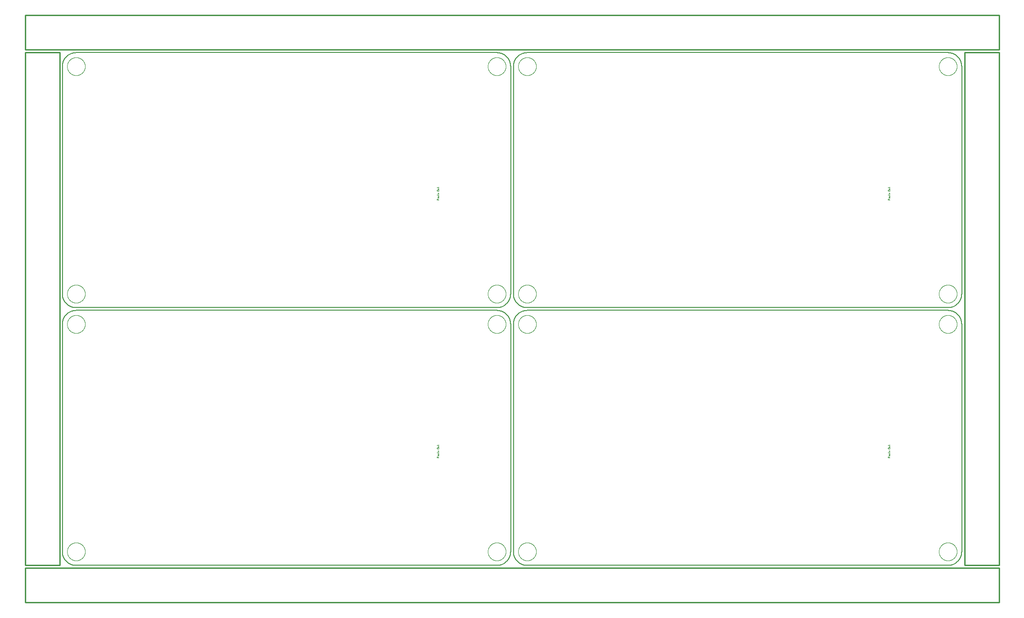
<source format=gko>
G75*
%MOIN*%
%OFA0B0*%
%FSLAX25Y25*%
%IPPOS*%
%LPD*%
%AMOC8*
5,1,8,0,0,1.08239X$1,22.5*
%
%ADD10C,0.00800*%
%ADD11C,0.00100*%
%ADD12C,0.01000*%
%ADD13C,0.00000*%
D10*
X0038750Y0028750D02*
X0343750Y0028750D01*
X0343992Y0028753D01*
X0344233Y0028762D01*
X0344474Y0028776D01*
X0344715Y0028797D01*
X0344955Y0028823D01*
X0345195Y0028855D01*
X0345434Y0028893D01*
X0345671Y0028936D01*
X0345908Y0028986D01*
X0346143Y0029041D01*
X0346377Y0029101D01*
X0346609Y0029168D01*
X0346840Y0029239D01*
X0347069Y0029317D01*
X0347296Y0029400D01*
X0347521Y0029488D01*
X0347744Y0029582D01*
X0347964Y0029681D01*
X0348182Y0029786D01*
X0348397Y0029895D01*
X0348610Y0030010D01*
X0348820Y0030130D01*
X0349026Y0030255D01*
X0349230Y0030385D01*
X0349431Y0030520D01*
X0349628Y0030660D01*
X0349822Y0030804D01*
X0350012Y0030953D01*
X0350198Y0031107D01*
X0350381Y0031265D01*
X0350560Y0031427D01*
X0350735Y0031594D01*
X0350906Y0031765D01*
X0351073Y0031940D01*
X0351235Y0032119D01*
X0351393Y0032302D01*
X0351547Y0032488D01*
X0351696Y0032678D01*
X0351840Y0032872D01*
X0351980Y0033069D01*
X0352115Y0033270D01*
X0352245Y0033474D01*
X0352370Y0033680D01*
X0352490Y0033890D01*
X0352605Y0034103D01*
X0352714Y0034318D01*
X0352819Y0034536D01*
X0352918Y0034756D01*
X0353012Y0034979D01*
X0353100Y0035204D01*
X0353183Y0035431D01*
X0353261Y0035660D01*
X0353332Y0035891D01*
X0353399Y0036123D01*
X0353459Y0036357D01*
X0353514Y0036592D01*
X0353564Y0036829D01*
X0353607Y0037066D01*
X0353645Y0037305D01*
X0353677Y0037545D01*
X0353703Y0037785D01*
X0353724Y0038026D01*
X0353738Y0038267D01*
X0353747Y0038508D01*
X0353750Y0038750D01*
X0353750Y0203750D01*
X0355750Y0203750D02*
X0355750Y0038750D01*
X0355753Y0038508D01*
X0355762Y0038267D01*
X0355776Y0038026D01*
X0355797Y0037785D01*
X0355823Y0037545D01*
X0355855Y0037305D01*
X0355893Y0037066D01*
X0355936Y0036829D01*
X0355986Y0036592D01*
X0356041Y0036357D01*
X0356101Y0036123D01*
X0356168Y0035891D01*
X0356239Y0035660D01*
X0356317Y0035431D01*
X0356400Y0035204D01*
X0356488Y0034979D01*
X0356582Y0034756D01*
X0356681Y0034536D01*
X0356786Y0034318D01*
X0356895Y0034103D01*
X0357010Y0033890D01*
X0357130Y0033680D01*
X0357255Y0033474D01*
X0357385Y0033270D01*
X0357520Y0033069D01*
X0357660Y0032872D01*
X0357804Y0032678D01*
X0357953Y0032488D01*
X0358107Y0032302D01*
X0358265Y0032119D01*
X0358427Y0031940D01*
X0358594Y0031765D01*
X0358765Y0031594D01*
X0358940Y0031427D01*
X0359119Y0031265D01*
X0359302Y0031107D01*
X0359488Y0030953D01*
X0359678Y0030804D01*
X0359872Y0030660D01*
X0360069Y0030520D01*
X0360270Y0030385D01*
X0360474Y0030255D01*
X0360680Y0030130D01*
X0360890Y0030010D01*
X0361103Y0029895D01*
X0361318Y0029786D01*
X0361536Y0029681D01*
X0361756Y0029582D01*
X0361979Y0029488D01*
X0362204Y0029400D01*
X0362431Y0029317D01*
X0362660Y0029239D01*
X0362891Y0029168D01*
X0363123Y0029101D01*
X0363357Y0029041D01*
X0363592Y0028986D01*
X0363829Y0028936D01*
X0364066Y0028893D01*
X0364305Y0028855D01*
X0364545Y0028823D01*
X0364785Y0028797D01*
X0365026Y0028776D01*
X0365267Y0028762D01*
X0365508Y0028753D01*
X0365750Y0028750D01*
X0670750Y0028750D01*
X0670992Y0028753D01*
X0671233Y0028762D01*
X0671474Y0028776D01*
X0671715Y0028797D01*
X0671955Y0028823D01*
X0672195Y0028855D01*
X0672434Y0028893D01*
X0672671Y0028936D01*
X0672908Y0028986D01*
X0673143Y0029041D01*
X0673377Y0029101D01*
X0673609Y0029168D01*
X0673840Y0029239D01*
X0674069Y0029317D01*
X0674296Y0029400D01*
X0674521Y0029488D01*
X0674744Y0029582D01*
X0674964Y0029681D01*
X0675182Y0029786D01*
X0675397Y0029895D01*
X0675610Y0030010D01*
X0675820Y0030130D01*
X0676026Y0030255D01*
X0676230Y0030385D01*
X0676431Y0030520D01*
X0676628Y0030660D01*
X0676822Y0030804D01*
X0677012Y0030953D01*
X0677198Y0031107D01*
X0677381Y0031265D01*
X0677560Y0031427D01*
X0677735Y0031594D01*
X0677906Y0031765D01*
X0678073Y0031940D01*
X0678235Y0032119D01*
X0678393Y0032302D01*
X0678547Y0032488D01*
X0678696Y0032678D01*
X0678840Y0032872D01*
X0678980Y0033069D01*
X0679115Y0033270D01*
X0679245Y0033474D01*
X0679370Y0033680D01*
X0679490Y0033890D01*
X0679605Y0034103D01*
X0679714Y0034318D01*
X0679819Y0034536D01*
X0679918Y0034756D01*
X0680012Y0034979D01*
X0680100Y0035204D01*
X0680183Y0035431D01*
X0680261Y0035660D01*
X0680332Y0035891D01*
X0680399Y0036123D01*
X0680459Y0036357D01*
X0680514Y0036592D01*
X0680564Y0036829D01*
X0680607Y0037066D01*
X0680645Y0037305D01*
X0680677Y0037545D01*
X0680703Y0037785D01*
X0680724Y0038026D01*
X0680738Y0038267D01*
X0680747Y0038508D01*
X0680750Y0038750D01*
X0680750Y0203750D01*
X0680747Y0203992D01*
X0680738Y0204233D01*
X0680724Y0204474D01*
X0680703Y0204715D01*
X0680677Y0204955D01*
X0680645Y0205195D01*
X0680607Y0205434D01*
X0680564Y0205671D01*
X0680514Y0205908D01*
X0680459Y0206143D01*
X0680399Y0206377D01*
X0680332Y0206609D01*
X0680261Y0206840D01*
X0680183Y0207069D01*
X0680100Y0207296D01*
X0680012Y0207521D01*
X0679918Y0207744D01*
X0679819Y0207964D01*
X0679714Y0208182D01*
X0679605Y0208397D01*
X0679490Y0208610D01*
X0679370Y0208820D01*
X0679245Y0209026D01*
X0679115Y0209230D01*
X0678980Y0209431D01*
X0678840Y0209628D01*
X0678696Y0209822D01*
X0678547Y0210012D01*
X0678393Y0210198D01*
X0678235Y0210381D01*
X0678073Y0210560D01*
X0677906Y0210735D01*
X0677735Y0210906D01*
X0677560Y0211073D01*
X0677381Y0211235D01*
X0677198Y0211393D01*
X0677012Y0211547D01*
X0676822Y0211696D01*
X0676628Y0211840D01*
X0676431Y0211980D01*
X0676230Y0212115D01*
X0676026Y0212245D01*
X0675820Y0212370D01*
X0675610Y0212490D01*
X0675397Y0212605D01*
X0675182Y0212714D01*
X0674964Y0212819D01*
X0674744Y0212918D01*
X0674521Y0213012D01*
X0674296Y0213100D01*
X0674069Y0213183D01*
X0673840Y0213261D01*
X0673609Y0213332D01*
X0673377Y0213399D01*
X0673143Y0213459D01*
X0672908Y0213514D01*
X0672671Y0213564D01*
X0672434Y0213607D01*
X0672195Y0213645D01*
X0671955Y0213677D01*
X0671715Y0213703D01*
X0671474Y0213724D01*
X0671233Y0213738D01*
X0670992Y0213747D01*
X0670750Y0213750D01*
X0365750Y0213750D01*
X0365750Y0215750D02*
X0670750Y0215750D01*
X0670992Y0215753D01*
X0671233Y0215762D01*
X0671474Y0215776D01*
X0671715Y0215797D01*
X0671955Y0215823D01*
X0672195Y0215855D01*
X0672434Y0215893D01*
X0672671Y0215936D01*
X0672908Y0215986D01*
X0673143Y0216041D01*
X0673377Y0216101D01*
X0673609Y0216168D01*
X0673840Y0216239D01*
X0674069Y0216317D01*
X0674296Y0216400D01*
X0674521Y0216488D01*
X0674744Y0216582D01*
X0674964Y0216681D01*
X0675182Y0216786D01*
X0675397Y0216895D01*
X0675610Y0217010D01*
X0675820Y0217130D01*
X0676026Y0217255D01*
X0676230Y0217385D01*
X0676431Y0217520D01*
X0676628Y0217660D01*
X0676822Y0217804D01*
X0677012Y0217953D01*
X0677198Y0218107D01*
X0677381Y0218265D01*
X0677560Y0218427D01*
X0677735Y0218594D01*
X0677906Y0218765D01*
X0678073Y0218940D01*
X0678235Y0219119D01*
X0678393Y0219302D01*
X0678547Y0219488D01*
X0678696Y0219678D01*
X0678840Y0219872D01*
X0678980Y0220069D01*
X0679115Y0220270D01*
X0679245Y0220474D01*
X0679370Y0220680D01*
X0679490Y0220890D01*
X0679605Y0221103D01*
X0679714Y0221318D01*
X0679819Y0221536D01*
X0679918Y0221756D01*
X0680012Y0221979D01*
X0680100Y0222204D01*
X0680183Y0222431D01*
X0680261Y0222660D01*
X0680332Y0222891D01*
X0680399Y0223123D01*
X0680459Y0223357D01*
X0680514Y0223592D01*
X0680564Y0223829D01*
X0680607Y0224066D01*
X0680645Y0224305D01*
X0680677Y0224545D01*
X0680703Y0224785D01*
X0680724Y0225026D01*
X0680738Y0225267D01*
X0680747Y0225508D01*
X0680750Y0225750D01*
X0680750Y0390750D01*
X0680747Y0390992D01*
X0680738Y0391233D01*
X0680724Y0391474D01*
X0680703Y0391715D01*
X0680677Y0391955D01*
X0680645Y0392195D01*
X0680607Y0392434D01*
X0680564Y0392671D01*
X0680514Y0392908D01*
X0680459Y0393143D01*
X0680399Y0393377D01*
X0680332Y0393609D01*
X0680261Y0393840D01*
X0680183Y0394069D01*
X0680100Y0394296D01*
X0680012Y0394521D01*
X0679918Y0394744D01*
X0679819Y0394964D01*
X0679714Y0395182D01*
X0679605Y0395397D01*
X0679490Y0395610D01*
X0679370Y0395820D01*
X0679245Y0396026D01*
X0679115Y0396230D01*
X0678980Y0396431D01*
X0678840Y0396628D01*
X0678696Y0396822D01*
X0678547Y0397012D01*
X0678393Y0397198D01*
X0678235Y0397381D01*
X0678073Y0397560D01*
X0677906Y0397735D01*
X0677735Y0397906D01*
X0677560Y0398073D01*
X0677381Y0398235D01*
X0677198Y0398393D01*
X0677012Y0398547D01*
X0676822Y0398696D01*
X0676628Y0398840D01*
X0676431Y0398980D01*
X0676230Y0399115D01*
X0676026Y0399245D01*
X0675820Y0399370D01*
X0675610Y0399490D01*
X0675397Y0399605D01*
X0675182Y0399714D01*
X0674964Y0399819D01*
X0674744Y0399918D01*
X0674521Y0400012D01*
X0674296Y0400100D01*
X0674069Y0400183D01*
X0673840Y0400261D01*
X0673609Y0400332D01*
X0673377Y0400399D01*
X0673143Y0400459D01*
X0672908Y0400514D01*
X0672671Y0400564D01*
X0672434Y0400607D01*
X0672195Y0400645D01*
X0671955Y0400677D01*
X0671715Y0400703D01*
X0671474Y0400724D01*
X0671233Y0400738D01*
X0670992Y0400747D01*
X0670750Y0400750D01*
X0365750Y0400750D01*
X0365508Y0400747D01*
X0365267Y0400738D01*
X0365026Y0400724D01*
X0364785Y0400703D01*
X0364545Y0400677D01*
X0364305Y0400645D01*
X0364066Y0400607D01*
X0363829Y0400564D01*
X0363592Y0400514D01*
X0363357Y0400459D01*
X0363123Y0400399D01*
X0362891Y0400332D01*
X0362660Y0400261D01*
X0362431Y0400183D01*
X0362204Y0400100D01*
X0361979Y0400012D01*
X0361756Y0399918D01*
X0361536Y0399819D01*
X0361318Y0399714D01*
X0361103Y0399605D01*
X0360890Y0399490D01*
X0360680Y0399370D01*
X0360474Y0399245D01*
X0360270Y0399115D01*
X0360069Y0398980D01*
X0359872Y0398840D01*
X0359678Y0398696D01*
X0359488Y0398547D01*
X0359302Y0398393D01*
X0359119Y0398235D01*
X0358940Y0398073D01*
X0358765Y0397906D01*
X0358594Y0397735D01*
X0358427Y0397560D01*
X0358265Y0397381D01*
X0358107Y0397198D01*
X0357953Y0397012D01*
X0357804Y0396822D01*
X0357660Y0396628D01*
X0357520Y0396431D01*
X0357385Y0396230D01*
X0357255Y0396026D01*
X0357130Y0395820D01*
X0357010Y0395610D01*
X0356895Y0395397D01*
X0356786Y0395182D01*
X0356681Y0394964D01*
X0356582Y0394744D01*
X0356488Y0394521D01*
X0356400Y0394296D01*
X0356317Y0394069D01*
X0356239Y0393840D01*
X0356168Y0393609D01*
X0356101Y0393377D01*
X0356041Y0393143D01*
X0355986Y0392908D01*
X0355936Y0392671D01*
X0355893Y0392434D01*
X0355855Y0392195D01*
X0355823Y0391955D01*
X0355797Y0391715D01*
X0355776Y0391474D01*
X0355762Y0391233D01*
X0355753Y0390992D01*
X0355750Y0390750D01*
X0355750Y0225750D01*
X0353750Y0225750D02*
X0353750Y0390750D01*
X0353747Y0390992D01*
X0353738Y0391233D01*
X0353724Y0391474D01*
X0353703Y0391715D01*
X0353677Y0391955D01*
X0353645Y0392195D01*
X0353607Y0392434D01*
X0353564Y0392671D01*
X0353514Y0392908D01*
X0353459Y0393143D01*
X0353399Y0393377D01*
X0353332Y0393609D01*
X0353261Y0393840D01*
X0353183Y0394069D01*
X0353100Y0394296D01*
X0353012Y0394521D01*
X0352918Y0394744D01*
X0352819Y0394964D01*
X0352714Y0395182D01*
X0352605Y0395397D01*
X0352490Y0395610D01*
X0352370Y0395820D01*
X0352245Y0396026D01*
X0352115Y0396230D01*
X0351980Y0396431D01*
X0351840Y0396628D01*
X0351696Y0396822D01*
X0351547Y0397012D01*
X0351393Y0397198D01*
X0351235Y0397381D01*
X0351073Y0397560D01*
X0350906Y0397735D01*
X0350735Y0397906D01*
X0350560Y0398073D01*
X0350381Y0398235D01*
X0350198Y0398393D01*
X0350012Y0398547D01*
X0349822Y0398696D01*
X0349628Y0398840D01*
X0349431Y0398980D01*
X0349230Y0399115D01*
X0349026Y0399245D01*
X0348820Y0399370D01*
X0348610Y0399490D01*
X0348397Y0399605D01*
X0348182Y0399714D01*
X0347964Y0399819D01*
X0347744Y0399918D01*
X0347521Y0400012D01*
X0347296Y0400100D01*
X0347069Y0400183D01*
X0346840Y0400261D01*
X0346609Y0400332D01*
X0346377Y0400399D01*
X0346143Y0400459D01*
X0345908Y0400514D01*
X0345671Y0400564D01*
X0345434Y0400607D01*
X0345195Y0400645D01*
X0344955Y0400677D01*
X0344715Y0400703D01*
X0344474Y0400724D01*
X0344233Y0400738D01*
X0343992Y0400747D01*
X0343750Y0400750D01*
X0038750Y0400750D01*
X0038508Y0400747D01*
X0038267Y0400738D01*
X0038026Y0400724D01*
X0037785Y0400703D01*
X0037545Y0400677D01*
X0037305Y0400645D01*
X0037066Y0400607D01*
X0036829Y0400564D01*
X0036592Y0400514D01*
X0036357Y0400459D01*
X0036123Y0400399D01*
X0035891Y0400332D01*
X0035660Y0400261D01*
X0035431Y0400183D01*
X0035204Y0400100D01*
X0034979Y0400012D01*
X0034756Y0399918D01*
X0034536Y0399819D01*
X0034318Y0399714D01*
X0034103Y0399605D01*
X0033890Y0399490D01*
X0033680Y0399370D01*
X0033474Y0399245D01*
X0033270Y0399115D01*
X0033069Y0398980D01*
X0032872Y0398840D01*
X0032678Y0398696D01*
X0032488Y0398547D01*
X0032302Y0398393D01*
X0032119Y0398235D01*
X0031940Y0398073D01*
X0031765Y0397906D01*
X0031594Y0397735D01*
X0031427Y0397560D01*
X0031265Y0397381D01*
X0031107Y0397198D01*
X0030953Y0397012D01*
X0030804Y0396822D01*
X0030660Y0396628D01*
X0030520Y0396431D01*
X0030385Y0396230D01*
X0030255Y0396026D01*
X0030130Y0395820D01*
X0030010Y0395610D01*
X0029895Y0395397D01*
X0029786Y0395182D01*
X0029681Y0394964D01*
X0029582Y0394744D01*
X0029488Y0394521D01*
X0029400Y0394296D01*
X0029317Y0394069D01*
X0029239Y0393840D01*
X0029168Y0393609D01*
X0029101Y0393377D01*
X0029041Y0393143D01*
X0028986Y0392908D01*
X0028936Y0392671D01*
X0028893Y0392434D01*
X0028855Y0392195D01*
X0028823Y0391955D01*
X0028797Y0391715D01*
X0028776Y0391474D01*
X0028762Y0391233D01*
X0028753Y0390992D01*
X0028750Y0390750D01*
X0028750Y0225750D01*
X0028753Y0225508D01*
X0028762Y0225267D01*
X0028776Y0225026D01*
X0028797Y0224785D01*
X0028823Y0224545D01*
X0028855Y0224305D01*
X0028893Y0224066D01*
X0028936Y0223829D01*
X0028986Y0223592D01*
X0029041Y0223357D01*
X0029101Y0223123D01*
X0029168Y0222891D01*
X0029239Y0222660D01*
X0029317Y0222431D01*
X0029400Y0222204D01*
X0029488Y0221979D01*
X0029582Y0221756D01*
X0029681Y0221536D01*
X0029786Y0221318D01*
X0029895Y0221103D01*
X0030010Y0220890D01*
X0030130Y0220680D01*
X0030255Y0220474D01*
X0030385Y0220270D01*
X0030520Y0220069D01*
X0030660Y0219872D01*
X0030804Y0219678D01*
X0030953Y0219488D01*
X0031107Y0219302D01*
X0031265Y0219119D01*
X0031427Y0218940D01*
X0031594Y0218765D01*
X0031765Y0218594D01*
X0031940Y0218427D01*
X0032119Y0218265D01*
X0032302Y0218107D01*
X0032488Y0217953D01*
X0032678Y0217804D01*
X0032872Y0217660D01*
X0033069Y0217520D01*
X0033270Y0217385D01*
X0033474Y0217255D01*
X0033680Y0217130D01*
X0033890Y0217010D01*
X0034103Y0216895D01*
X0034318Y0216786D01*
X0034536Y0216681D01*
X0034756Y0216582D01*
X0034979Y0216488D01*
X0035204Y0216400D01*
X0035431Y0216317D01*
X0035660Y0216239D01*
X0035891Y0216168D01*
X0036123Y0216101D01*
X0036357Y0216041D01*
X0036592Y0215986D01*
X0036829Y0215936D01*
X0037066Y0215893D01*
X0037305Y0215855D01*
X0037545Y0215823D01*
X0037785Y0215797D01*
X0038026Y0215776D01*
X0038267Y0215762D01*
X0038508Y0215753D01*
X0038750Y0215750D01*
X0343750Y0215750D01*
X0343750Y0213750D02*
X0038750Y0213750D01*
X0038508Y0213747D01*
X0038267Y0213738D01*
X0038026Y0213724D01*
X0037785Y0213703D01*
X0037545Y0213677D01*
X0037305Y0213645D01*
X0037066Y0213607D01*
X0036829Y0213564D01*
X0036592Y0213514D01*
X0036357Y0213459D01*
X0036123Y0213399D01*
X0035891Y0213332D01*
X0035660Y0213261D01*
X0035431Y0213183D01*
X0035204Y0213100D01*
X0034979Y0213012D01*
X0034756Y0212918D01*
X0034536Y0212819D01*
X0034318Y0212714D01*
X0034103Y0212605D01*
X0033890Y0212490D01*
X0033680Y0212370D01*
X0033474Y0212245D01*
X0033270Y0212115D01*
X0033069Y0211980D01*
X0032872Y0211840D01*
X0032678Y0211696D01*
X0032488Y0211547D01*
X0032302Y0211393D01*
X0032119Y0211235D01*
X0031940Y0211073D01*
X0031765Y0210906D01*
X0031594Y0210735D01*
X0031427Y0210560D01*
X0031265Y0210381D01*
X0031107Y0210198D01*
X0030953Y0210012D01*
X0030804Y0209822D01*
X0030660Y0209628D01*
X0030520Y0209431D01*
X0030385Y0209230D01*
X0030255Y0209026D01*
X0030130Y0208820D01*
X0030010Y0208610D01*
X0029895Y0208397D01*
X0029786Y0208182D01*
X0029681Y0207964D01*
X0029582Y0207744D01*
X0029488Y0207521D01*
X0029400Y0207296D01*
X0029317Y0207069D01*
X0029239Y0206840D01*
X0029168Y0206609D01*
X0029101Y0206377D01*
X0029041Y0206143D01*
X0028986Y0205908D01*
X0028936Y0205671D01*
X0028893Y0205434D01*
X0028855Y0205195D01*
X0028823Y0204955D01*
X0028797Y0204715D01*
X0028776Y0204474D01*
X0028762Y0204233D01*
X0028753Y0203992D01*
X0028750Y0203750D01*
X0028750Y0038750D01*
X0028753Y0038508D01*
X0028762Y0038267D01*
X0028776Y0038026D01*
X0028797Y0037785D01*
X0028823Y0037545D01*
X0028855Y0037305D01*
X0028893Y0037066D01*
X0028936Y0036829D01*
X0028986Y0036592D01*
X0029041Y0036357D01*
X0029101Y0036123D01*
X0029168Y0035891D01*
X0029239Y0035660D01*
X0029317Y0035431D01*
X0029400Y0035204D01*
X0029488Y0034979D01*
X0029582Y0034756D01*
X0029681Y0034536D01*
X0029786Y0034318D01*
X0029895Y0034103D01*
X0030010Y0033890D01*
X0030130Y0033680D01*
X0030255Y0033474D01*
X0030385Y0033270D01*
X0030520Y0033069D01*
X0030660Y0032872D01*
X0030804Y0032678D01*
X0030953Y0032488D01*
X0031107Y0032302D01*
X0031265Y0032119D01*
X0031427Y0031940D01*
X0031594Y0031765D01*
X0031765Y0031594D01*
X0031940Y0031427D01*
X0032119Y0031265D01*
X0032302Y0031107D01*
X0032488Y0030953D01*
X0032678Y0030804D01*
X0032872Y0030660D01*
X0033069Y0030520D01*
X0033270Y0030385D01*
X0033474Y0030255D01*
X0033680Y0030130D01*
X0033890Y0030010D01*
X0034103Y0029895D01*
X0034318Y0029786D01*
X0034536Y0029681D01*
X0034756Y0029582D01*
X0034979Y0029488D01*
X0035204Y0029400D01*
X0035431Y0029317D01*
X0035660Y0029239D01*
X0035891Y0029168D01*
X0036123Y0029101D01*
X0036357Y0029041D01*
X0036592Y0028986D01*
X0036829Y0028936D01*
X0037066Y0028893D01*
X0037305Y0028855D01*
X0037545Y0028823D01*
X0037785Y0028797D01*
X0038026Y0028776D01*
X0038267Y0028762D01*
X0038508Y0028753D01*
X0038750Y0028750D01*
X0343750Y0213750D02*
X0343992Y0213747D01*
X0344233Y0213738D01*
X0344474Y0213724D01*
X0344715Y0213703D01*
X0344955Y0213677D01*
X0345195Y0213645D01*
X0345434Y0213607D01*
X0345671Y0213564D01*
X0345908Y0213514D01*
X0346143Y0213459D01*
X0346377Y0213399D01*
X0346609Y0213332D01*
X0346840Y0213261D01*
X0347069Y0213183D01*
X0347296Y0213100D01*
X0347521Y0213012D01*
X0347744Y0212918D01*
X0347964Y0212819D01*
X0348182Y0212714D01*
X0348397Y0212605D01*
X0348610Y0212490D01*
X0348820Y0212370D01*
X0349026Y0212245D01*
X0349230Y0212115D01*
X0349431Y0211980D01*
X0349628Y0211840D01*
X0349822Y0211696D01*
X0350012Y0211547D01*
X0350198Y0211393D01*
X0350381Y0211235D01*
X0350560Y0211073D01*
X0350735Y0210906D01*
X0350906Y0210735D01*
X0351073Y0210560D01*
X0351235Y0210381D01*
X0351393Y0210198D01*
X0351547Y0210012D01*
X0351696Y0209822D01*
X0351840Y0209628D01*
X0351980Y0209431D01*
X0352115Y0209230D01*
X0352245Y0209026D01*
X0352370Y0208820D01*
X0352490Y0208610D01*
X0352605Y0208397D01*
X0352714Y0208182D01*
X0352819Y0207964D01*
X0352918Y0207744D01*
X0353012Y0207521D01*
X0353100Y0207296D01*
X0353183Y0207069D01*
X0353261Y0206840D01*
X0353332Y0206609D01*
X0353399Y0206377D01*
X0353459Y0206143D01*
X0353514Y0205908D01*
X0353564Y0205671D01*
X0353607Y0205434D01*
X0353645Y0205195D01*
X0353677Y0204955D01*
X0353703Y0204715D01*
X0353724Y0204474D01*
X0353738Y0204233D01*
X0353747Y0203992D01*
X0353750Y0203750D01*
X0355750Y0203750D02*
X0355753Y0203992D01*
X0355762Y0204233D01*
X0355776Y0204474D01*
X0355797Y0204715D01*
X0355823Y0204955D01*
X0355855Y0205195D01*
X0355893Y0205434D01*
X0355936Y0205671D01*
X0355986Y0205908D01*
X0356041Y0206143D01*
X0356101Y0206377D01*
X0356168Y0206609D01*
X0356239Y0206840D01*
X0356317Y0207069D01*
X0356400Y0207296D01*
X0356488Y0207521D01*
X0356582Y0207744D01*
X0356681Y0207964D01*
X0356786Y0208182D01*
X0356895Y0208397D01*
X0357010Y0208610D01*
X0357130Y0208820D01*
X0357255Y0209026D01*
X0357385Y0209230D01*
X0357520Y0209431D01*
X0357660Y0209628D01*
X0357804Y0209822D01*
X0357953Y0210012D01*
X0358107Y0210198D01*
X0358265Y0210381D01*
X0358427Y0210560D01*
X0358594Y0210735D01*
X0358765Y0210906D01*
X0358940Y0211073D01*
X0359119Y0211235D01*
X0359302Y0211393D01*
X0359488Y0211547D01*
X0359678Y0211696D01*
X0359872Y0211840D01*
X0360069Y0211980D01*
X0360270Y0212115D01*
X0360474Y0212245D01*
X0360680Y0212370D01*
X0360890Y0212490D01*
X0361103Y0212605D01*
X0361318Y0212714D01*
X0361536Y0212819D01*
X0361756Y0212918D01*
X0361979Y0213012D01*
X0362204Y0213100D01*
X0362431Y0213183D01*
X0362660Y0213261D01*
X0362891Y0213332D01*
X0363123Y0213399D01*
X0363357Y0213459D01*
X0363592Y0213514D01*
X0363829Y0213564D01*
X0364066Y0213607D01*
X0364305Y0213645D01*
X0364545Y0213677D01*
X0364785Y0213703D01*
X0365026Y0213724D01*
X0365267Y0213738D01*
X0365508Y0213747D01*
X0365750Y0213750D01*
X0365750Y0215750D02*
X0365508Y0215753D01*
X0365267Y0215762D01*
X0365026Y0215776D01*
X0364785Y0215797D01*
X0364545Y0215823D01*
X0364305Y0215855D01*
X0364066Y0215893D01*
X0363829Y0215936D01*
X0363592Y0215986D01*
X0363357Y0216041D01*
X0363123Y0216101D01*
X0362891Y0216168D01*
X0362660Y0216239D01*
X0362431Y0216317D01*
X0362204Y0216400D01*
X0361979Y0216488D01*
X0361756Y0216582D01*
X0361536Y0216681D01*
X0361318Y0216786D01*
X0361103Y0216895D01*
X0360890Y0217010D01*
X0360680Y0217130D01*
X0360474Y0217255D01*
X0360270Y0217385D01*
X0360069Y0217520D01*
X0359872Y0217660D01*
X0359678Y0217804D01*
X0359488Y0217953D01*
X0359302Y0218107D01*
X0359119Y0218265D01*
X0358940Y0218427D01*
X0358765Y0218594D01*
X0358594Y0218765D01*
X0358427Y0218940D01*
X0358265Y0219119D01*
X0358107Y0219302D01*
X0357953Y0219488D01*
X0357804Y0219678D01*
X0357660Y0219872D01*
X0357520Y0220069D01*
X0357385Y0220270D01*
X0357255Y0220474D01*
X0357130Y0220680D01*
X0357010Y0220890D01*
X0356895Y0221103D01*
X0356786Y0221318D01*
X0356681Y0221536D01*
X0356582Y0221756D01*
X0356488Y0221979D01*
X0356400Y0222204D01*
X0356317Y0222431D01*
X0356239Y0222660D01*
X0356168Y0222891D01*
X0356101Y0223123D01*
X0356041Y0223357D01*
X0355986Y0223592D01*
X0355936Y0223829D01*
X0355893Y0224066D01*
X0355855Y0224305D01*
X0355823Y0224545D01*
X0355797Y0224785D01*
X0355776Y0225026D01*
X0355762Y0225267D01*
X0355753Y0225508D01*
X0355750Y0225750D01*
X0353750Y0225750D02*
X0353747Y0225508D01*
X0353738Y0225267D01*
X0353724Y0225026D01*
X0353703Y0224785D01*
X0353677Y0224545D01*
X0353645Y0224305D01*
X0353607Y0224066D01*
X0353564Y0223829D01*
X0353514Y0223592D01*
X0353459Y0223357D01*
X0353399Y0223123D01*
X0353332Y0222891D01*
X0353261Y0222660D01*
X0353183Y0222431D01*
X0353100Y0222204D01*
X0353012Y0221979D01*
X0352918Y0221756D01*
X0352819Y0221536D01*
X0352714Y0221318D01*
X0352605Y0221103D01*
X0352490Y0220890D01*
X0352370Y0220680D01*
X0352245Y0220474D01*
X0352115Y0220270D01*
X0351980Y0220069D01*
X0351840Y0219872D01*
X0351696Y0219678D01*
X0351547Y0219488D01*
X0351393Y0219302D01*
X0351235Y0219119D01*
X0351073Y0218940D01*
X0350906Y0218765D01*
X0350735Y0218594D01*
X0350560Y0218427D01*
X0350381Y0218265D01*
X0350198Y0218107D01*
X0350012Y0217953D01*
X0349822Y0217804D01*
X0349628Y0217660D01*
X0349431Y0217520D01*
X0349230Y0217385D01*
X0349026Y0217255D01*
X0348820Y0217130D01*
X0348610Y0217010D01*
X0348397Y0216895D01*
X0348182Y0216786D01*
X0347964Y0216681D01*
X0347744Y0216582D01*
X0347521Y0216488D01*
X0347296Y0216400D01*
X0347069Y0216317D01*
X0346840Y0216239D01*
X0346609Y0216168D01*
X0346377Y0216101D01*
X0346143Y0216041D01*
X0345908Y0215986D01*
X0345671Y0215936D01*
X0345434Y0215893D01*
X0345195Y0215855D01*
X0344955Y0215823D01*
X0344715Y0215797D01*
X0344474Y0215776D01*
X0344233Y0215762D01*
X0343992Y0215753D01*
X0343750Y0215750D01*
D11*
X0301700Y0293800D02*
X0300300Y0293800D01*
X0300300Y0294189D01*
X0300302Y0294227D01*
X0300307Y0294265D01*
X0300317Y0294302D01*
X0300330Y0294338D01*
X0300346Y0294372D01*
X0300366Y0294405D01*
X0300388Y0294436D01*
X0300414Y0294464D01*
X0300442Y0294490D01*
X0300473Y0294512D01*
X0300506Y0294532D01*
X0300540Y0294548D01*
X0300576Y0294561D01*
X0300613Y0294571D01*
X0300651Y0294576D01*
X0300689Y0294578D01*
X0300727Y0294576D01*
X0300765Y0294571D01*
X0300802Y0294561D01*
X0300838Y0294548D01*
X0300872Y0294532D01*
X0300905Y0294512D01*
X0300936Y0294490D01*
X0300964Y0294464D01*
X0300990Y0294436D01*
X0301012Y0294405D01*
X0301032Y0294372D01*
X0301048Y0294338D01*
X0301061Y0294302D01*
X0301071Y0294265D01*
X0301076Y0294227D01*
X0301078Y0294189D01*
X0301078Y0293800D01*
X0301078Y0294267D02*
X0301700Y0294578D01*
X0301389Y0295130D02*
X0301078Y0295130D01*
X0301044Y0295132D01*
X0301011Y0295137D01*
X0300979Y0295146D01*
X0300947Y0295159D01*
X0300918Y0295175D01*
X0300890Y0295193D01*
X0300864Y0295215D01*
X0300841Y0295240D01*
X0300821Y0295266D01*
X0300803Y0295295D01*
X0300789Y0295326D01*
X0300778Y0295358D01*
X0300771Y0295391D01*
X0300767Y0295424D01*
X0300767Y0295458D01*
X0300771Y0295491D01*
X0300778Y0295524D01*
X0300789Y0295556D01*
X0300803Y0295587D01*
X0300821Y0295616D01*
X0300841Y0295642D01*
X0300864Y0295667D01*
X0300890Y0295689D01*
X0300918Y0295707D01*
X0300947Y0295723D01*
X0300979Y0295736D01*
X0301011Y0295745D01*
X0301044Y0295750D01*
X0301078Y0295752D01*
X0301389Y0295752D01*
X0301423Y0295750D01*
X0301456Y0295745D01*
X0301488Y0295736D01*
X0301520Y0295723D01*
X0301549Y0295707D01*
X0301577Y0295689D01*
X0301603Y0295667D01*
X0301626Y0295642D01*
X0301646Y0295616D01*
X0301664Y0295587D01*
X0301678Y0295556D01*
X0301689Y0295524D01*
X0301696Y0295491D01*
X0301700Y0295458D01*
X0301700Y0295424D01*
X0301696Y0295391D01*
X0301689Y0295358D01*
X0301678Y0295326D01*
X0301664Y0295295D01*
X0301646Y0295266D01*
X0301626Y0295240D01*
X0301603Y0295215D01*
X0301577Y0295193D01*
X0301549Y0295175D01*
X0301520Y0295159D01*
X0301488Y0295146D01*
X0301456Y0295137D01*
X0301423Y0295132D01*
X0301389Y0295130D01*
X0301467Y0296345D02*
X0300767Y0296345D01*
X0300767Y0296967D02*
X0301700Y0296967D01*
X0301700Y0296578D01*
X0301698Y0296550D01*
X0301693Y0296522D01*
X0301685Y0296495D01*
X0301673Y0296470D01*
X0301659Y0296446D01*
X0301641Y0296423D01*
X0301622Y0296404D01*
X0301599Y0296386D01*
X0301575Y0296372D01*
X0301550Y0296360D01*
X0301523Y0296352D01*
X0301495Y0296347D01*
X0301467Y0296345D01*
X0301467Y0297603D02*
X0300300Y0297603D01*
X0300767Y0297448D02*
X0300767Y0297914D01*
X0301078Y0298415D02*
X0301467Y0298415D01*
X0301497Y0298417D01*
X0301527Y0298423D01*
X0301556Y0298433D01*
X0301584Y0298446D01*
X0301609Y0298463D01*
X0301632Y0298483D01*
X0301652Y0298506D01*
X0301669Y0298532D01*
X0301682Y0298559D01*
X0301692Y0298588D01*
X0301698Y0298618D01*
X0301700Y0298648D01*
X0301700Y0299037D01*
X0301233Y0299037D02*
X0301233Y0298415D01*
X0301078Y0298415D02*
X0301044Y0298417D01*
X0301011Y0298422D01*
X0300979Y0298431D01*
X0300947Y0298444D01*
X0300918Y0298460D01*
X0300890Y0298478D01*
X0300864Y0298500D01*
X0300841Y0298525D01*
X0300821Y0298551D01*
X0300803Y0298580D01*
X0300789Y0298611D01*
X0300778Y0298643D01*
X0300771Y0298676D01*
X0300767Y0298709D01*
X0300767Y0298743D01*
X0300771Y0298776D01*
X0300778Y0298809D01*
X0300789Y0298841D01*
X0300803Y0298872D01*
X0300821Y0298901D01*
X0300841Y0298927D01*
X0300864Y0298952D01*
X0300890Y0298974D01*
X0300918Y0298992D01*
X0300947Y0299008D01*
X0300979Y0299021D01*
X0301011Y0299030D01*
X0301044Y0299035D01*
X0301078Y0299037D01*
X0301233Y0299037D01*
X0301700Y0297914D02*
X0301700Y0297836D01*
X0301698Y0297808D01*
X0301693Y0297780D01*
X0301685Y0297753D01*
X0301673Y0297728D01*
X0301659Y0297704D01*
X0301641Y0297681D01*
X0301622Y0297662D01*
X0301599Y0297644D01*
X0301575Y0297630D01*
X0301550Y0297618D01*
X0301523Y0297610D01*
X0301495Y0297605D01*
X0301467Y0297603D01*
X0301311Y0300317D02*
X0300689Y0300317D01*
X0300651Y0300319D01*
X0300613Y0300324D01*
X0300576Y0300334D01*
X0300540Y0300347D01*
X0300506Y0300363D01*
X0300473Y0300383D01*
X0300442Y0300405D01*
X0300414Y0300431D01*
X0300388Y0300459D01*
X0300366Y0300490D01*
X0300346Y0300523D01*
X0300330Y0300557D01*
X0300317Y0300593D01*
X0300307Y0300630D01*
X0300302Y0300668D01*
X0300300Y0300706D01*
X0300302Y0300744D01*
X0300307Y0300782D01*
X0300317Y0300819D01*
X0300330Y0300855D01*
X0300346Y0300889D01*
X0300366Y0300922D01*
X0300388Y0300953D01*
X0300414Y0300981D01*
X0300442Y0301007D01*
X0300473Y0301029D01*
X0300506Y0301049D01*
X0300540Y0301065D01*
X0300576Y0301078D01*
X0300613Y0301088D01*
X0300651Y0301093D01*
X0300689Y0301095D01*
X0301311Y0301095D01*
X0301349Y0301093D01*
X0301387Y0301088D01*
X0301424Y0301078D01*
X0301460Y0301065D01*
X0301494Y0301049D01*
X0301527Y0301029D01*
X0301558Y0301007D01*
X0301586Y0300981D01*
X0301612Y0300953D01*
X0301634Y0300922D01*
X0301654Y0300889D01*
X0301670Y0300855D01*
X0301683Y0300819D01*
X0301693Y0300782D01*
X0301698Y0300744D01*
X0301700Y0300706D01*
X0301698Y0300668D01*
X0301693Y0300630D01*
X0301683Y0300593D01*
X0301670Y0300557D01*
X0301654Y0300523D01*
X0301634Y0300490D01*
X0301612Y0300459D01*
X0301586Y0300431D01*
X0301558Y0300405D01*
X0301527Y0300383D01*
X0301494Y0300363D01*
X0301460Y0300347D01*
X0301424Y0300334D01*
X0301387Y0300324D01*
X0301349Y0300319D01*
X0301311Y0300317D01*
X0301467Y0301700D02*
X0300767Y0301700D01*
X0300767Y0302322D02*
X0301700Y0302322D01*
X0301700Y0301933D01*
X0301698Y0301905D01*
X0301693Y0301877D01*
X0301685Y0301850D01*
X0301673Y0301825D01*
X0301659Y0301801D01*
X0301641Y0301778D01*
X0301622Y0301759D01*
X0301599Y0301741D01*
X0301575Y0301727D01*
X0301550Y0301715D01*
X0301523Y0301707D01*
X0301495Y0301702D01*
X0301467Y0301700D01*
X0301467Y0302958D02*
X0300300Y0302958D01*
X0300767Y0302802D02*
X0300767Y0303269D01*
X0301467Y0302958D02*
X0301495Y0302960D01*
X0301523Y0302965D01*
X0301550Y0302973D01*
X0301575Y0302985D01*
X0301599Y0302999D01*
X0301622Y0303017D01*
X0301641Y0303036D01*
X0301659Y0303059D01*
X0301673Y0303083D01*
X0301685Y0303108D01*
X0301693Y0303135D01*
X0301698Y0303163D01*
X0301700Y0303191D01*
X0301700Y0303269D01*
X0301700Y0116269D02*
X0301700Y0116191D01*
X0301698Y0116163D01*
X0301693Y0116135D01*
X0301685Y0116108D01*
X0301673Y0116083D01*
X0301659Y0116059D01*
X0301641Y0116036D01*
X0301622Y0116017D01*
X0301599Y0115999D01*
X0301575Y0115985D01*
X0301550Y0115973D01*
X0301523Y0115965D01*
X0301495Y0115960D01*
X0301467Y0115958D01*
X0300300Y0115958D01*
X0300767Y0115802D02*
X0300767Y0116269D01*
X0300767Y0115322D02*
X0301700Y0115322D01*
X0301700Y0114933D01*
X0301698Y0114905D01*
X0301693Y0114877D01*
X0301685Y0114850D01*
X0301673Y0114825D01*
X0301659Y0114801D01*
X0301641Y0114778D01*
X0301622Y0114759D01*
X0301599Y0114741D01*
X0301575Y0114727D01*
X0301550Y0114715D01*
X0301523Y0114707D01*
X0301495Y0114702D01*
X0301467Y0114700D01*
X0300767Y0114700D01*
X0300689Y0114095D02*
X0301311Y0114095D01*
X0301349Y0114093D01*
X0301387Y0114088D01*
X0301424Y0114078D01*
X0301460Y0114065D01*
X0301494Y0114049D01*
X0301527Y0114029D01*
X0301558Y0114007D01*
X0301586Y0113981D01*
X0301612Y0113953D01*
X0301634Y0113922D01*
X0301654Y0113889D01*
X0301670Y0113855D01*
X0301683Y0113819D01*
X0301693Y0113782D01*
X0301698Y0113744D01*
X0301700Y0113706D01*
X0301698Y0113668D01*
X0301693Y0113630D01*
X0301683Y0113593D01*
X0301670Y0113557D01*
X0301654Y0113523D01*
X0301634Y0113490D01*
X0301612Y0113459D01*
X0301586Y0113431D01*
X0301558Y0113405D01*
X0301527Y0113383D01*
X0301494Y0113363D01*
X0301460Y0113347D01*
X0301424Y0113334D01*
X0301387Y0113324D01*
X0301349Y0113319D01*
X0301311Y0113317D01*
X0300689Y0113317D01*
X0300651Y0113319D01*
X0300613Y0113324D01*
X0300576Y0113334D01*
X0300540Y0113347D01*
X0300506Y0113363D01*
X0300473Y0113383D01*
X0300442Y0113405D01*
X0300414Y0113431D01*
X0300388Y0113459D01*
X0300366Y0113490D01*
X0300346Y0113523D01*
X0300330Y0113557D01*
X0300317Y0113593D01*
X0300307Y0113630D01*
X0300302Y0113668D01*
X0300300Y0113706D01*
X0300302Y0113744D01*
X0300307Y0113782D01*
X0300317Y0113819D01*
X0300330Y0113855D01*
X0300346Y0113889D01*
X0300366Y0113922D01*
X0300388Y0113953D01*
X0300414Y0113981D01*
X0300442Y0114007D01*
X0300473Y0114029D01*
X0300506Y0114049D01*
X0300540Y0114065D01*
X0300576Y0114078D01*
X0300613Y0114088D01*
X0300651Y0114093D01*
X0300689Y0114095D01*
X0301078Y0112037D02*
X0301233Y0112037D01*
X0301233Y0111415D01*
X0301078Y0111415D02*
X0301467Y0111415D01*
X0301497Y0111417D01*
X0301527Y0111423D01*
X0301556Y0111433D01*
X0301584Y0111446D01*
X0301609Y0111463D01*
X0301632Y0111483D01*
X0301652Y0111506D01*
X0301669Y0111532D01*
X0301682Y0111559D01*
X0301692Y0111588D01*
X0301698Y0111618D01*
X0301700Y0111648D01*
X0301700Y0112037D01*
X0301078Y0112037D02*
X0301044Y0112035D01*
X0301011Y0112030D01*
X0300979Y0112021D01*
X0300947Y0112008D01*
X0300918Y0111992D01*
X0300890Y0111974D01*
X0300864Y0111952D01*
X0300841Y0111927D01*
X0300821Y0111901D01*
X0300803Y0111872D01*
X0300789Y0111841D01*
X0300778Y0111809D01*
X0300771Y0111776D01*
X0300767Y0111743D01*
X0300767Y0111709D01*
X0300771Y0111676D01*
X0300778Y0111643D01*
X0300789Y0111611D01*
X0300803Y0111580D01*
X0300821Y0111551D01*
X0300841Y0111525D01*
X0300864Y0111500D01*
X0300890Y0111478D01*
X0300918Y0111460D01*
X0300947Y0111444D01*
X0300979Y0111431D01*
X0301011Y0111422D01*
X0301044Y0111417D01*
X0301078Y0111415D01*
X0300767Y0110914D02*
X0300767Y0110448D01*
X0300767Y0109967D02*
X0301700Y0109967D01*
X0301700Y0109578D01*
X0301698Y0109550D01*
X0301693Y0109522D01*
X0301685Y0109495D01*
X0301673Y0109470D01*
X0301659Y0109446D01*
X0301641Y0109423D01*
X0301622Y0109404D01*
X0301599Y0109386D01*
X0301575Y0109372D01*
X0301550Y0109360D01*
X0301523Y0109352D01*
X0301495Y0109347D01*
X0301467Y0109345D01*
X0300767Y0109345D01*
X0301078Y0108752D02*
X0301389Y0108752D01*
X0301423Y0108750D01*
X0301456Y0108745D01*
X0301488Y0108736D01*
X0301520Y0108723D01*
X0301549Y0108707D01*
X0301577Y0108689D01*
X0301603Y0108667D01*
X0301626Y0108642D01*
X0301646Y0108616D01*
X0301664Y0108587D01*
X0301678Y0108556D01*
X0301689Y0108524D01*
X0301696Y0108491D01*
X0301700Y0108458D01*
X0301700Y0108424D01*
X0301696Y0108391D01*
X0301689Y0108358D01*
X0301678Y0108326D01*
X0301664Y0108295D01*
X0301646Y0108266D01*
X0301626Y0108240D01*
X0301603Y0108215D01*
X0301577Y0108193D01*
X0301549Y0108175D01*
X0301520Y0108159D01*
X0301488Y0108146D01*
X0301456Y0108137D01*
X0301423Y0108132D01*
X0301389Y0108130D01*
X0301078Y0108130D01*
X0301044Y0108132D01*
X0301011Y0108137D01*
X0300979Y0108146D01*
X0300947Y0108159D01*
X0300918Y0108175D01*
X0300890Y0108193D01*
X0300864Y0108215D01*
X0300841Y0108240D01*
X0300821Y0108266D01*
X0300803Y0108295D01*
X0300789Y0108326D01*
X0300778Y0108358D01*
X0300771Y0108391D01*
X0300767Y0108424D01*
X0300767Y0108458D01*
X0300771Y0108491D01*
X0300778Y0108524D01*
X0300789Y0108556D01*
X0300803Y0108587D01*
X0300821Y0108616D01*
X0300841Y0108642D01*
X0300864Y0108667D01*
X0300890Y0108689D01*
X0300918Y0108707D01*
X0300947Y0108723D01*
X0300979Y0108736D01*
X0301011Y0108745D01*
X0301044Y0108750D01*
X0301078Y0108752D01*
X0301700Y0107578D02*
X0301078Y0107267D01*
X0301078Y0107189D02*
X0301078Y0106800D01*
X0301078Y0107189D02*
X0301076Y0107227D01*
X0301071Y0107265D01*
X0301061Y0107302D01*
X0301048Y0107338D01*
X0301032Y0107372D01*
X0301012Y0107405D01*
X0300990Y0107436D01*
X0300964Y0107464D01*
X0300936Y0107490D01*
X0300905Y0107512D01*
X0300872Y0107532D01*
X0300838Y0107548D01*
X0300802Y0107561D01*
X0300765Y0107571D01*
X0300727Y0107576D01*
X0300689Y0107578D01*
X0300651Y0107576D01*
X0300613Y0107571D01*
X0300576Y0107561D01*
X0300540Y0107548D01*
X0300506Y0107532D01*
X0300473Y0107512D01*
X0300442Y0107490D01*
X0300414Y0107464D01*
X0300388Y0107436D01*
X0300366Y0107405D01*
X0300346Y0107372D01*
X0300330Y0107338D01*
X0300317Y0107302D01*
X0300307Y0107265D01*
X0300302Y0107227D01*
X0300300Y0107189D01*
X0300300Y0106800D01*
X0301700Y0106800D01*
X0301467Y0110603D02*
X0300300Y0110603D01*
X0301467Y0110603D02*
X0301495Y0110605D01*
X0301523Y0110610D01*
X0301550Y0110618D01*
X0301575Y0110630D01*
X0301599Y0110644D01*
X0301622Y0110662D01*
X0301641Y0110681D01*
X0301659Y0110704D01*
X0301673Y0110728D01*
X0301685Y0110753D01*
X0301693Y0110780D01*
X0301698Y0110808D01*
X0301700Y0110836D01*
X0301700Y0110914D01*
X0627300Y0110603D02*
X0628467Y0110603D01*
X0628495Y0110605D01*
X0628523Y0110610D01*
X0628550Y0110618D01*
X0628575Y0110630D01*
X0628599Y0110644D01*
X0628622Y0110662D01*
X0628641Y0110681D01*
X0628659Y0110704D01*
X0628673Y0110728D01*
X0628685Y0110753D01*
X0628693Y0110780D01*
X0628698Y0110808D01*
X0628700Y0110836D01*
X0628700Y0110914D01*
X0628467Y0111415D02*
X0628078Y0111415D01*
X0628233Y0111415D02*
X0628233Y0112037D01*
X0628078Y0112037D01*
X0628044Y0112035D01*
X0628011Y0112030D01*
X0627979Y0112021D01*
X0627947Y0112008D01*
X0627918Y0111992D01*
X0627890Y0111974D01*
X0627864Y0111952D01*
X0627841Y0111927D01*
X0627821Y0111901D01*
X0627803Y0111872D01*
X0627789Y0111841D01*
X0627778Y0111809D01*
X0627771Y0111776D01*
X0627767Y0111743D01*
X0627767Y0111709D01*
X0627771Y0111676D01*
X0627778Y0111643D01*
X0627789Y0111611D01*
X0627803Y0111580D01*
X0627821Y0111551D01*
X0627841Y0111525D01*
X0627864Y0111500D01*
X0627890Y0111478D01*
X0627918Y0111460D01*
X0627947Y0111444D01*
X0627979Y0111431D01*
X0628011Y0111422D01*
X0628044Y0111417D01*
X0628078Y0111415D01*
X0628467Y0111415D02*
X0628497Y0111417D01*
X0628527Y0111423D01*
X0628556Y0111433D01*
X0628584Y0111446D01*
X0628609Y0111463D01*
X0628632Y0111483D01*
X0628652Y0111506D01*
X0628669Y0111532D01*
X0628682Y0111559D01*
X0628692Y0111588D01*
X0628698Y0111618D01*
X0628700Y0111648D01*
X0628700Y0112037D01*
X0628311Y0113317D02*
X0627689Y0113317D01*
X0627651Y0113319D01*
X0627613Y0113324D01*
X0627576Y0113334D01*
X0627540Y0113347D01*
X0627506Y0113363D01*
X0627473Y0113383D01*
X0627442Y0113405D01*
X0627414Y0113431D01*
X0627388Y0113459D01*
X0627366Y0113490D01*
X0627346Y0113523D01*
X0627330Y0113557D01*
X0627317Y0113593D01*
X0627307Y0113630D01*
X0627302Y0113668D01*
X0627300Y0113706D01*
X0627302Y0113744D01*
X0627307Y0113782D01*
X0627317Y0113819D01*
X0627330Y0113855D01*
X0627346Y0113889D01*
X0627366Y0113922D01*
X0627388Y0113953D01*
X0627414Y0113981D01*
X0627442Y0114007D01*
X0627473Y0114029D01*
X0627506Y0114049D01*
X0627540Y0114065D01*
X0627576Y0114078D01*
X0627613Y0114088D01*
X0627651Y0114093D01*
X0627689Y0114095D01*
X0628311Y0114095D01*
X0628349Y0114093D01*
X0628387Y0114088D01*
X0628424Y0114078D01*
X0628460Y0114065D01*
X0628494Y0114049D01*
X0628527Y0114029D01*
X0628558Y0114007D01*
X0628586Y0113981D01*
X0628612Y0113953D01*
X0628634Y0113922D01*
X0628654Y0113889D01*
X0628670Y0113855D01*
X0628683Y0113819D01*
X0628693Y0113782D01*
X0628698Y0113744D01*
X0628700Y0113706D01*
X0628698Y0113668D01*
X0628693Y0113630D01*
X0628683Y0113593D01*
X0628670Y0113557D01*
X0628654Y0113523D01*
X0628634Y0113490D01*
X0628612Y0113459D01*
X0628586Y0113431D01*
X0628558Y0113405D01*
X0628527Y0113383D01*
X0628494Y0113363D01*
X0628460Y0113347D01*
X0628424Y0113334D01*
X0628387Y0113324D01*
X0628349Y0113319D01*
X0628311Y0113317D01*
X0628467Y0114700D02*
X0627767Y0114700D01*
X0627767Y0115322D02*
X0628700Y0115322D01*
X0628700Y0114933D01*
X0628698Y0114905D01*
X0628693Y0114877D01*
X0628685Y0114850D01*
X0628673Y0114825D01*
X0628659Y0114801D01*
X0628641Y0114778D01*
X0628622Y0114759D01*
X0628599Y0114741D01*
X0628575Y0114727D01*
X0628550Y0114715D01*
X0628523Y0114707D01*
X0628495Y0114702D01*
X0628467Y0114700D01*
X0628467Y0115958D02*
X0627300Y0115958D01*
X0627767Y0115802D02*
X0627767Y0116269D01*
X0628467Y0115958D02*
X0628495Y0115960D01*
X0628523Y0115965D01*
X0628550Y0115973D01*
X0628575Y0115985D01*
X0628599Y0115999D01*
X0628622Y0116017D01*
X0628641Y0116036D01*
X0628659Y0116059D01*
X0628673Y0116083D01*
X0628685Y0116108D01*
X0628693Y0116135D01*
X0628698Y0116163D01*
X0628700Y0116191D01*
X0628700Y0116269D01*
X0627767Y0110914D02*
X0627767Y0110448D01*
X0627767Y0109967D02*
X0628700Y0109967D01*
X0628700Y0109578D01*
X0628698Y0109550D01*
X0628693Y0109522D01*
X0628685Y0109495D01*
X0628673Y0109470D01*
X0628659Y0109446D01*
X0628641Y0109423D01*
X0628622Y0109404D01*
X0628599Y0109386D01*
X0628575Y0109372D01*
X0628550Y0109360D01*
X0628523Y0109352D01*
X0628495Y0109347D01*
X0628467Y0109345D01*
X0627767Y0109345D01*
X0628078Y0108752D02*
X0628389Y0108752D01*
X0628423Y0108750D01*
X0628456Y0108745D01*
X0628488Y0108736D01*
X0628520Y0108723D01*
X0628549Y0108707D01*
X0628577Y0108689D01*
X0628603Y0108667D01*
X0628626Y0108642D01*
X0628646Y0108616D01*
X0628664Y0108587D01*
X0628678Y0108556D01*
X0628689Y0108524D01*
X0628696Y0108491D01*
X0628700Y0108458D01*
X0628700Y0108424D01*
X0628696Y0108391D01*
X0628689Y0108358D01*
X0628678Y0108326D01*
X0628664Y0108295D01*
X0628646Y0108266D01*
X0628626Y0108240D01*
X0628603Y0108215D01*
X0628577Y0108193D01*
X0628549Y0108175D01*
X0628520Y0108159D01*
X0628488Y0108146D01*
X0628456Y0108137D01*
X0628423Y0108132D01*
X0628389Y0108130D01*
X0628078Y0108130D01*
X0628044Y0108132D01*
X0628011Y0108137D01*
X0627979Y0108146D01*
X0627947Y0108159D01*
X0627918Y0108175D01*
X0627890Y0108193D01*
X0627864Y0108215D01*
X0627841Y0108240D01*
X0627821Y0108266D01*
X0627803Y0108295D01*
X0627789Y0108326D01*
X0627778Y0108358D01*
X0627771Y0108391D01*
X0627767Y0108424D01*
X0627767Y0108458D01*
X0627771Y0108491D01*
X0627778Y0108524D01*
X0627789Y0108556D01*
X0627803Y0108587D01*
X0627821Y0108616D01*
X0627841Y0108642D01*
X0627864Y0108667D01*
X0627890Y0108689D01*
X0627918Y0108707D01*
X0627947Y0108723D01*
X0627979Y0108736D01*
X0628011Y0108745D01*
X0628044Y0108750D01*
X0628078Y0108752D01*
X0628700Y0107578D02*
X0628078Y0107267D01*
X0628078Y0107189D02*
X0628078Y0106800D01*
X0628078Y0107189D02*
X0628076Y0107227D01*
X0628071Y0107265D01*
X0628061Y0107302D01*
X0628048Y0107338D01*
X0628032Y0107372D01*
X0628012Y0107405D01*
X0627990Y0107436D01*
X0627964Y0107464D01*
X0627936Y0107490D01*
X0627905Y0107512D01*
X0627872Y0107532D01*
X0627838Y0107548D01*
X0627802Y0107561D01*
X0627765Y0107571D01*
X0627727Y0107576D01*
X0627689Y0107578D01*
X0627651Y0107576D01*
X0627613Y0107571D01*
X0627576Y0107561D01*
X0627540Y0107548D01*
X0627506Y0107532D01*
X0627473Y0107512D01*
X0627442Y0107490D01*
X0627414Y0107464D01*
X0627388Y0107436D01*
X0627366Y0107405D01*
X0627346Y0107372D01*
X0627330Y0107338D01*
X0627317Y0107302D01*
X0627307Y0107265D01*
X0627302Y0107227D01*
X0627300Y0107189D01*
X0627300Y0106800D01*
X0628700Y0106800D01*
X0628700Y0293800D02*
X0627300Y0293800D01*
X0627300Y0294189D01*
X0627302Y0294227D01*
X0627307Y0294265D01*
X0627317Y0294302D01*
X0627330Y0294338D01*
X0627346Y0294372D01*
X0627366Y0294405D01*
X0627388Y0294436D01*
X0627414Y0294464D01*
X0627442Y0294490D01*
X0627473Y0294512D01*
X0627506Y0294532D01*
X0627540Y0294548D01*
X0627576Y0294561D01*
X0627613Y0294571D01*
X0627651Y0294576D01*
X0627689Y0294578D01*
X0627727Y0294576D01*
X0627765Y0294571D01*
X0627802Y0294561D01*
X0627838Y0294548D01*
X0627872Y0294532D01*
X0627905Y0294512D01*
X0627936Y0294490D01*
X0627964Y0294464D01*
X0627990Y0294436D01*
X0628012Y0294405D01*
X0628032Y0294372D01*
X0628048Y0294338D01*
X0628061Y0294302D01*
X0628071Y0294265D01*
X0628076Y0294227D01*
X0628078Y0294189D01*
X0628078Y0293800D01*
X0628078Y0294267D02*
X0628700Y0294578D01*
X0628389Y0295130D02*
X0628078Y0295130D01*
X0628044Y0295132D01*
X0628011Y0295137D01*
X0627979Y0295146D01*
X0627947Y0295159D01*
X0627918Y0295175D01*
X0627890Y0295193D01*
X0627864Y0295215D01*
X0627841Y0295240D01*
X0627821Y0295266D01*
X0627803Y0295295D01*
X0627789Y0295326D01*
X0627778Y0295358D01*
X0627771Y0295391D01*
X0627767Y0295424D01*
X0627767Y0295458D01*
X0627771Y0295491D01*
X0627778Y0295524D01*
X0627789Y0295556D01*
X0627803Y0295587D01*
X0627821Y0295616D01*
X0627841Y0295642D01*
X0627864Y0295667D01*
X0627890Y0295689D01*
X0627918Y0295707D01*
X0627947Y0295723D01*
X0627979Y0295736D01*
X0628011Y0295745D01*
X0628044Y0295750D01*
X0628078Y0295752D01*
X0628389Y0295752D01*
X0628423Y0295750D01*
X0628456Y0295745D01*
X0628488Y0295736D01*
X0628520Y0295723D01*
X0628549Y0295707D01*
X0628577Y0295689D01*
X0628603Y0295667D01*
X0628626Y0295642D01*
X0628646Y0295616D01*
X0628664Y0295587D01*
X0628678Y0295556D01*
X0628689Y0295524D01*
X0628696Y0295491D01*
X0628700Y0295458D01*
X0628700Y0295424D01*
X0628696Y0295391D01*
X0628689Y0295358D01*
X0628678Y0295326D01*
X0628664Y0295295D01*
X0628646Y0295266D01*
X0628626Y0295240D01*
X0628603Y0295215D01*
X0628577Y0295193D01*
X0628549Y0295175D01*
X0628520Y0295159D01*
X0628488Y0295146D01*
X0628456Y0295137D01*
X0628423Y0295132D01*
X0628389Y0295130D01*
X0628467Y0296345D02*
X0627767Y0296345D01*
X0627767Y0296967D02*
X0628700Y0296967D01*
X0628700Y0296578D01*
X0628698Y0296550D01*
X0628693Y0296522D01*
X0628685Y0296495D01*
X0628673Y0296470D01*
X0628659Y0296446D01*
X0628641Y0296423D01*
X0628622Y0296404D01*
X0628599Y0296386D01*
X0628575Y0296372D01*
X0628550Y0296360D01*
X0628523Y0296352D01*
X0628495Y0296347D01*
X0628467Y0296345D01*
X0628467Y0297603D02*
X0627300Y0297603D01*
X0627767Y0297448D02*
X0627767Y0297914D01*
X0628078Y0298415D02*
X0628467Y0298415D01*
X0628497Y0298417D01*
X0628527Y0298423D01*
X0628556Y0298433D01*
X0628584Y0298446D01*
X0628609Y0298463D01*
X0628632Y0298483D01*
X0628652Y0298506D01*
X0628669Y0298532D01*
X0628682Y0298559D01*
X0628692Y0298588D01*
X0628698Y0298618D01*
X0628700Y0298648D01*
X0628700Y0299037D01*
X0628233Y0299037D02*
X0628233Y0298415D01*
X0628078Y0298415D02*
X0628044Y0298417D01*
X0628011Y0298422D01*
X0627979Y0298431D01*
X0627947Y0298444D01*
X0627918Y0298460D01*
X0627890Y0298478D01*
X0627864Y0298500D01*
X0627841Y0298525D01*
X0627821Y0298551D01*
X0627803Y0298580D01*
X0627789Y0298611D01*
X0627778Y0298643D01*
X0627771Y0298676D01*
X0627767Y0298709D01*
X0627767Y0298743D01*
X0627771Y0298776D01*
X0627778Y0298809D01*
X0627789Y0298841D01*
X0627803Y0298872D01*
X0627821Y0298901D01*
X0627841Y0298927D01*
X0627864Y0298952D01*
X0627890Y0298974D01*
X0627918Y0298992D01*
X0627947Y0299008D01*
X0627979Y0299021D01*
X0628011Y0299030D01*
X0628044Y0299035D01*
X0628078Y0299037D01*
X0628233Y0299037D01*
X0628700Y0297914D02*
X0628700Y0297836D01*
X0628698Y0297808D01*
X0628693Y0297780D01*
X0628685Y0297753D01*
X0628673Y0297728D01*
X0628659Y0297704D01*
X0628641Y0297681D01*
X0628622Y0297662D01*
X0628599Y0297644D01*
X0628575Y0297630D01*
X0628550Y0297618D01*
X0628523Y0297610D01*
X0628495Y0297605D01*
X0628467Y0297603D01*
X0628311Y0300317D02*
X0627689Y0300317D01*
X0627651Y0300319D01*
X0627613Y0300324D01*
X0627576Y0300334D01*
X0627540Y0300347D01*
X0627506Y0300363D01*
X0627473Y0300383D01*
X0627442Y0300405D01*
X0627414Y0300431D01*
X0627388Y0300459D01*
X0627366Y0300490D01*
X0627346Y0300523D01*
X0627330Y0300557D01*
X0627317Y0300593D01*
X0627307Y0300630D01*
X0627302Y0300668D01*
X0627300Y0300706D01*
X0627302Y0300744D01*
X0627307Y0300782D01*
X0627317Y0300819D01*
X0627330Y0300855D01*
X0627346Y0300889D01*
X0627366Y0300922D01*
X0627388Y0300953D01*
X0627414Y0300981D01*
X0627442Y0301007D01*
X0627473Y0301029D01*
X0627506Y0301049D01*
X0627540Y0301065D01*
X0627576Y0301078D01*
X0627613Y0301088D01*
X0627651Y0301093D01*
X0627689Y0301095D01*
X0628311Y0301095D01*
X0628349Y0301093D01*
X0628387Y0301088D01*
X0628424Y0301078D01*
X0628460Y0301065D01*
X0628494Y0301049D01*
X0628527Y0301029D01*
X0628558Y0301007D01*
X0628586Y0300981D01*
X0628612Y0300953D01*
X0628634Y0300922D01*
X0628654Y0300889D01*
X0628670Y0300855D01*
X0628683Y0300819D01*
X0628693Y0300782D01*
X0628698Y0300744D01*
X0628700Y0300706D01*
X0628698Y0300668D01*
X0628693Y0300630D01*
X0628683Y0300593D01*
X0628670Y0300557D01*
X0628654Y0300523D01*
X0628634Y0300490D01*
X0628612Y0300459D01*
X0628586Y0300431D01*
X0628558Y0300405D01*
X0628527Y0300383D01*
X0628494Y0300363D01*
X0628460Y0300347D01*
X0628424Y0300334D01*
X0628387Y0300324D01*
X0628349Y0300319D01*
X0628311Y0300317D01*
X0628467Y0301700D02*
X0627767Y0301700D01*
X0627767Y0302322D02*
X0628700Y0302322D01*
X0628700Y0301933D01*
X0628698Y0301905D01*
X0628693Y0301877D01*
X0628685Y0301850D01*
X0628673Y0301825D01*
X0628659Y0301801D01*
X0628641Y0301778D01*
X0628622Y0301759D01*
X0628599Y0301741D01*
X0628575Y0301727D01*
X0628550Y0301715D01*
X0628523Y0301707D01*
X0628495Y0301702D01*
X0628467Y0301700D01*
X0628467Y0302958D02*
X0627300Y0302958D01*
X0627767Y0302802D02*
X0627767Y0303269D01*
X0628467Y0302958D02*
X0628495Y0302960D01*
X0628523Y0302965D01*
X0628550Y0302973D01*
X0628575Y0302985D01*
X0628599Y0302999D01*
X0628622Y0303017D01*
X0628641Y0303036D01*
X0628659Y0303059D01*
X0628673Y0303083D01*
X0628685Y0303108D01*
X0628693Y0303135D01*
X0628698Y0303163D01*
X0628700Y0303191D01*
X0628700Y0303269D01*
D12*
X0001750Y0026750D02*
X0001750Y0001750D01*
X0707750Y0001750D01*
X0707750Y0026750D01*
X0001750Y0026750D01*
X0001750Y0028750D02*
X0001750Y0400750D01*
X0026750Y0400750D01*
X0026750Y0028750D01*
X0001750Y0028750D01*
X0001750Y0402750D02*
X0001750Y0427750D01*
X0707750Y0427750D01*
X0707750Y0402750D01*
X0001750Y0402750D01*
X0682750Y0400750D02*
X0682750Y0028750D01*
X0707750Y0028750D01*
X0707750Y0400750D01*
X0682750Y0400750D01*
D13*
X0664250Y0390750D02*
X0664252Y0390911D01*
X0664258Y0391071D01*
X0664268Y0391232D01*
X0664282Y0391392D01*
X0664300Y0391552D01*
X0664321Y0391711D01*
X0664347Y0391870D01*
X0664377Y0392028D01*
X0664410Y0392185D01*
X0664448Y0392342D01*
X0664489Y0392497D01*
X0664534Y0392651D01*
X0664583Y0392804D01*
X0664636Y0392956D01*
X0664692Y0393107D01*
X0664753Y0393256D01*
X0664816Y0393404D01*
X0664884Y0393550D01*
X0664955Y0393694D01*
X0665029Y0393836D01*
X0665107Y0393977D01*
X0665189Y0394115D01*
X0665274Y0394252D01*
X0665362Y0394386D01*
X0665454Y0394518D01*
X0665549Y0394648D01*
X0665647Y0394776D01*
X0665748Y0394901D01*
X0665852Y0395023D01*
X0665959Y0395143D01*
X0666069Y0395260D01*
X0666182Y0395375D01*
X0666298Y0395486D01*
X0666417Y0395595D01*
X0666538Y0395700D01*
X0666662Y0395803D01*
X0666788Y0395903D01*
X0666916Y0395999D01*
X0667047Y0396092D01*
X0667181Y0396182D01*
X0667316Y0396269D01*
X0667454Y0396352D01*
X0667593Y0396432D01*
X0667735Y0396508D01*
X0667878Y0396581D01*
X0668023Y0396650D01*
X0668170Y0396716D01*
X0668318Y0396778D01*
X0668468Y0396836D01*
X0668619Y0396891D01*
X0668772Y0396942D01*
X0668926Y0396989D01*
X0669081Y0397032D01*
X0669237Y0397071D01*
X0669393Y0397107D01*
X0669551Y0397138D01*
X0669709Y0397166D01*
X0669868Y0397190D01*
X0670028Y0397210D01*
X0670188Y0397226D01*
X0670348Y0397238D01*
X0670509Y0397246D01*
X0670670Y0397250D01*
X0670830Y0397250D01*
X0670991Y0397246D01*
X0671152Y0397238D01*
X0671312Y0397226D01*
X0671472Y0397210D01*
X0671632Y0397190D01*
X0671791Y0397166D01*
X0671949Y0397138D01*
X0672107Y0397107D01*
X0672263Y0397071D01*
X0672419Y0397032D01*
X0672574Y0396989D01*
X0672728Y0396942D01*
X0672881Y0396891D01*
X0673032Y0396836D01*
X0673182Y0396778D01*
X0673330Y0396716D01*
X0673477Y0396650D01*
X0673622Y0396581D01*
X0673765Y0396508D01*
X0673907Y0396432D01*
X0674046Y0396352D01*
X0674184Y0396269D01*
X0674319Y0396182D01*
X0674453Y0396092D01*
X0674584Y0395999D01*
X0674712Y0395903D01*
X0674838Y0395803D01*
X0674962Y0395700D01*
X0675083Y0395595D01*
X0675202Y0395486D01*
X0675318Y0395375D01*
X0675431Y0395260D01*
X0675541Y0395143D01*
X0675648Y0395023D01*
X0675752Y0394901D01*
X0675853Y0394776D01*
X0675951Y0394648D01*
X0676046Y0394518D01*
X0676138Y0394386D01*
X0676226Y0394252D01*
X0676311Y0394115D01*
X0676393Y0393977D01*
X0676471Y0393836D01*
X0676545Y0393694D01*
X0676616Y0393550D01*
X0676684Y0393404D01*
X0676747Y0393256D01*
X0676808Y0393107D01*
X0676864Y0392956D01*
X0676917Y0392804D01*
X0676966Y0392651D01*
X0677011Y0392497D01*
X0677052Y0392342D01*
X0677090Y0392185D01*
X0677123Y0392028D01*
X0677153Y0391870D01*
X0677179Y0391711D01*
X0677200Y0391552D01*
X0677218Y0391392D01*
X0677232Y0391232D01*
X0677242Y0391071D01*
X0677248Y0390911D01*
X0677250Y0390750D01*
X0677248Y0390589D01*
X0677242Y0390429D01*
X0677232Y0390268D01*
X0677218Y0390108D01*
X0677200Y0389948D01*
X0677179Y0389789D01*
X0677153Y0389630D01*
X0677123Y0389472D01*
X0677090Y0389315D01*
X0677052Y0389158D01*
X0677011Y0389003D01*
X0676966Y0388849D01*
X0676917Y0388696D01*
X0676864Y0388544D01*
X0676808Y0388393D01*
X0676747Y0388244D01*
X0676684Y0388096D01*
X0676616Y0387950D01*
X0676545Y0387806D01*
X0676471Y0387664D01*
X0676393Y0387523D01*
X0676311Y0387385D01*
X0676226Y0387248D01*
X0676138Y0387114D01*
X0676046Y0386982D01*
X0675951Y0386852D01*
X0675853Y0386724D01*
X0675752Y0386599D01*
X0675648Y0386477D01*
X0675541Y0386357D01*
X0675431Y0386240D01*
X0675318Y0386125D01*
X0675202Y0386014D01*
X0675083Y0385905D01*
X0674962Y0385800D01*
X0674838Y0385697D01*
X0674712Y0385597D01*
X0674584Y0385501D01*
X0674453Y0385408D01*
X0674319Y0385318D01*
X0674184Y0385231D01*
X0674046Y0385148D01*
X0673907Y0385068D01*
X0673765Y0384992D01*
X0673622Y0384919D01*
X0673477Y0384850D01*
X0673330Y0384784D01*
X0673182Y0384722D01*
X0673032Y0384664D01*
X0672881Y0384609D01*
X0672728Y0384558D01*
X0672574Y0384511D01*
X0672419Y0384468D01*
X0672263Y0384429D01*
X0672107Y0384393D01*
X0671949Y0384362D01*
X0671791Y0384334D01*
X0671632Y0384310D01*
X0671472Y0384290D01*
X0671312Y0384274D01*
X0671152Y0384262D01*
X0670991Y0384254D01*
X0670830Y0384250D01*
X0670670Y0384250D01*
X0670509Y0384254D01*
X0670348Y0384262D01*
X0670188Y0384274D01*
X0670028Y0384290D01*
X0669868Y0384310D01*
X0669709Y0384334D01*
X0669551Y0384362D01*
X0669393Y0384393D01*
X0669237Y0384429D01*
X0669081Y0384468D01*
X0668926Y0384511D01*
X0668772Y0384558D01*
X0668619Y0384609D01*
X0668468Y0384664D01*
X0668318Y0384722D01*
X0668170Y0384784D01*
X0668023Y0384850D01*
X0667878Y0384919D01*
X0667735Y0384992D01*
X0667593Y0385068D01*
X0667454Y0385148D01*
X0667316Y0385231D01*
X0667181Y0385318D01*
X0667047Y0385408D01*
X0666916Y0385501D01*
X0666788Y0385597D01*
X0666662Y0385697D01*
X0666538Y0385800D01*
X0666417Y0385905D01*
X0666298Y0386014D01*
X0666182Y0386125D01*
X0666069Y0386240D01*
X0665959Y0386357D01*
X0665852Y0386477D01*
X0665748Y0386599D01*
X0665647Y0386724D01*
X0665549Y0386852D01*
X0665454Y0386982D01*
X0665362Y0387114D01*
X0665274Y0387248D01*
X0665189Y0387385D01*
X0665107Y0387523D01*
X0665029Y0387664D01*
X0664955Y0387806D01*
X0664884Y0387950D01*
X0664816Y0388096D01*
X0664753Y0388244D01*
X0664692Y0388393D01*
X0664636Y0388544D01*
X0664583Y0388696D01*
X0664534Y0388849D01*
X0664489Y0389003D01*
X0664448Y0389158D01*
X0664410Y0389315D01*
X0664377Y0389472D01*
X0664347Y0389630D01*
X0664321Y0389789D01*
X0664300Y0389948D01*
X0664282Y0390108D01*
X0664268Y0390268D01*
X0664258Y0390429D01*
X0664252Y0390589D01*
X0664250Y0390750D01*
X0664250Y0225750D02*
X0664252Y0225911D01*
X0664258Y0226071D01*
X0664268Y0226232D01*
X0664282Y0226392D01*
X0664300Y0226552D01*
X0664321Y0226711D01*
X0664347Y0226870D01*
X0664377Y0227028D01*
X0664410Y0227185D01*
X0664448Y0227342D01*
X0664489Y0227497D01*
X0664534Y0227651D01*
X0664583Y0227804D01*
X0664636Y0227956D01*
X0664692Y0228107D01*
X0664753Y0228256D01*
X0664816Y0228404D01*
X0664884Y0228550D01*
X0664955Y0228694D01*
X0665029Y0228836D01*
X0665107Y0228977D01*
X0665189Y0229115D01*
X0665274Y0229252D01*
X0665362Y0229386D01*
X0665454Y0229518D01*
X0665549Y0229648D01*
X0665647Y0229776D01*
X0665748Y0229901D01*
X0665852Y0230023D01*
X0665959Y0230143D01*
X0666069Y0230260D01*
X0666182Y0230375D01*
X0666298Y0230486D01*
X0666417Y0230595D01*
X0666538Y0230700D01*
X0666662Y0230803D01*
X0666788Y0230903D01*
X0666916Y0230999D01*
X0667047Y0231092D01*
X0667181Y0231182D01*
X0667316Y0231269D01*
X0667454Y0231352D01*
X0667593Y0231432D01*
X0667735Y0231508D01*
X0667878Y0231581D01*
X0668023Y0231650D01*
X0668170Y0231716D01*
X0668318Y0231778D01*
X0668468Y0231836D01*
X0668619Y0231891D01*
X0668772Y0231942D01*
X0668926Y0231989D01*
X0669081Y0232032D01*
X0669237Y0232071D01*
X0669393Y0232107D01*
X0669551Y0232138D01*
X0669709Y0232166D01*
X0669868Y0232190D01*
X0670028Y0232210D01*
X0670188Y0232226D01*
X0670348Y0232238D01*
X0670509Y0232246D01*
X0670670Y0232250D01*
X0670830Y0232250D01*
X0670991Y0232246D01*
X0671152Y0232238D01*
X0671312Y0232226D01*
X0671472Y0232210D01*
X0671632Y0232190D01*
X0671791Y0232166D01*
X0671949Y0232138D01*
X0672107Y0232107D01*
X0672263Y0232071D01*
X0672419Y0232032D01*
X0672574Y0231989D01*
X0672728Y0231942D01*
X0672881Y0231891D01*
X0673032Y0231836D01*
X0673182Y0231778D01*
X0673330Y0231716D01*
X0673477Y0231650D01*
X0673622Y0231581D01*
X0673765Y0231508D01*
X0673907Y0231432D01*
X0674046Y0231352D01*
X0674184Y0231269D01*
X0674319Y0231182D01*
X0674453Y0231092D01*
X0674584Y0230999D01*
X0674712Y0230903D01*
X0674838Y0230803D01*
X0674962Y0230700D01*
X0675083Y0230595D01*
X0675202Y0230486D01*
X0675318Y0230375D01*
X0675431Y0230260D01*
X0675541Y0230143D01*
X0675648Y0230023D01*
X0675752Y0229901D01*
X0675853Y0229776D01*
X0675951Y0229648D01*
X0676046Y0229518D01*
X0676138Y0229386D01*
X0676226Y0229252D01*
X0676311Y0229115D01*
X0676393Y0228977D01*
X0676471Y0228836D01*
X0676545Y0228694D01*
X0676616Y0228550D01*
X0676684Y0228404D01*
X0676747Y0228256D01*
X0676808Y0228107D01*
X0676864Y0227956D01*
X0676917Y0227804D01*
X0676966Y0227651D01*
X0677011Y0227497D01*
X0677052Y0227342D01*
X0677090Y0227185D01*
X0677123Y0227028D01*
X0677153Y0226870D01*
X0677179Y0226711D01*
X0677200Y0226552D01*
X0677218Y0226392D01*
X0677232Y0226232D01*
X0677242Y0226071D01*
X0677248Y0225911D01*
X0677250Y0225750D01*
X0677248Y0225589D01*
X0677242Y0225429D01*
X0677232Y0225268D01*
X0677218Y0225108D01*
X0677200Y0224948D01*
X0677179Y0224789D01*
X0677153Y0224630D01*
X0677123Y0224472D01*
X0677090Y0224315D01*
X0677052Y0224158D01*
X0677011Y0224003D01*
X0676966Y0223849D01*
X0676917Y0223696D01*
X0676864Y0223544D01*
X0676808Y0223393D01*
X0676747Y0223244D01*
X0676684Y0223096D01*
X0676616Y0222950D01*
X0676545Y0222806D01*
X0676471Y0222664D01*
X0676393Y0222523D01*
X0676311Y0222385D01*
X0676226Y0222248D01*
X0676138Y0222114D01*
X0676046Y0221982D01*
X0675951Y0221852D01*
X0675853Y0221724D01*
X0675752Y0221599D01*
X0675648Y0221477D01*
X0675541Y0221357D01*
X0675431Y0221240D01*
X0675318Y0221125D01*
X0675202Y0221014D01*
X0675083Y0220905D01*
X0674962Y0220800D01*
X0674838Y0220697D01*
X0674712Y0220597D01*
X0674584Y0220501D01*
X0674453Y0220408D01*
X0674319Y0220318D01*
X0674184Y0220231D01*
X0674046Y0220148D01*
X0673907Y0220068D01*
X0673765Y0219992D01*
X0673622Y0219919D01*
X0673477Y0219850D01*
X0673330Y0219784D01*
X0673182Y0219722D01*
X0673032Y0219664D01*
X0672881Y0219609D01*
X0672728Y0219558D01*
X0672574Y0219511D01*
X0672419Y0219468D01*
X0672263Y0219429D01*
X0672107Y0219393D01*
X0671949Y0219362D01*
X0671791Y0219334D01*
X0671632Y0219310D01*
X0671472Y0219290D01*
X0671312Y0219274D01*
X0671152Y0219262D01*
X0670991Y0219254D01*
X0670830Y0219250D01*
X0670670Y0219250D01*
X0670509Y0219254D01*
X0670348Y0219262D01*
X0670188Y0219274D01*
X0670028Y0219290D01*
X0669868Y0219310D01*
X0669709Y0219334D01*
X0669551Y0219362D01*
X0669393Y0219393D01*
X0669237Y0219429D01*
X0669081Y0219468D01*
X0668926Y0219511D01*
X0668772Y0219558D01*
X0668619Y0219609D01*
X0668468Y0219664D01*
X0668318Y0219722D01*
X0668170Y0219784D01*
X0668023Y0219850D01*
X0667878Y0219919D01*
X0667735Y0219992D01*
X0667593Y0220068D01*
X0667454Y0220148D01*
X0667316Y0220231D01*
X0667181Y0220318D01*
X0667047Y0220408D01*
X0666916Y0220501D01*
X0666788Y0220597D01*
X0666662Y0220697D01*
X0666538Y0220800D01*
X0666417Y0220905D01*
X0666298Y0221014D01*
X0666182Y0221125D01*
X0666069Y0221240D01*
X0665959Y0221357D01*
X0665852Y0221477D01*
X0665748Y0221599D01*
X0665647Y0221724D01*
X0665549Y0221852D01*
X0665454Y0221982D01*
X0665362Y0222114D01*
X0665274Y0222248D01*
X0665189Y0222385D01*
X0665107Y0222523D01*
X0665029Y0222664D01*
X0664955Y0222806D01*
X0664884Y0222950D01*
X0664816Y0223096D01*
X0664753Y0223244D01*
X0664692Y0223393D01*
X0664636Y0223544D01*
X0664583Y0223696D01*
X0664534Y0223849D01*
X0664489Y0224003D01*
X0664448Y0224158D01*
X0664410Y0224315D01*
X0664377Y0224472D01*
X0664347Y0224630D01*
X0664321Y0224789D01*
X0664300Y0224948D01*
X0664282Y0225108D01*
X0664268Y0225268D01*
X0664258Y0225429D01*
X0664252Y0225589D01*
X0664250Y0225750D01*
X0664250Y0203750D02*
X0664252Y0203911D01*
X0664258Y0204071D01*
X0664268Y0204232D01*
X0664282Y0204392D01*
X0664300Y0204552D01*
X0664321Y0204711D01*
X0664347Y0204870D01*
X0664377Y0205028D01*
X0664410Y0205185D01*
X0664448Y0205342D01*
X0664489Y0205497D01*
X0664534Y0205651D01*
X0664583Y0205804D01*
X0664636Y0205956D01*
X0664692Y0206107D01*
X0664753Y0206256D01*
X0664816Y0206404D01*
X0664884Y0206550D01*
X0664955Y0206694D01*
X0665029Y0206836D01*
X0665107Y0206977D01*
X0665189Y0207115D01*
X0665274Y0207252D01*
X0665362Y0207386D01*
X0665454Y0207518D01*
X0665549Y0207648D01*
X0665647Y0207776D01*
X0665748Y0207901D01*
X0665852Y0208023D01*
X0665959Y0208143D01*
X0666069Y0208260D01*
X0666182Y0208375D01*
X0666298Y0208486D01*
X0666417Y0208595D01*
X0666538Y0208700D01*
X0666662Y0208803D01*
X0666788Y0208903D01*
X0666916Y0208999D01*
X0667047Y0209092D01*
X0667181Y0209182D01*
X0667316Y0209269D01*
X0667454Y0209352D01*
X0667593Y0209432D01*
X0667735Y0209508D01*
X0667878Y0209581D01*
X0668023Y0209650D01*
X0668170Y0209716D01*
X0668318Y0209778D01*
X0668468Y0209836D01*
X0668619Y0209891D01*
X0668772Y0209942D01*
X0668926Y0209989D01*
X0669081Y0210032D01*
X0669237Y0210071D01*
X0669393Y0210107D01*
X0669551Y0210138D01*
X0669709Y0210166D01*
X0669868Y0210190D01*
X0670028Y0210210D01*
X0670188Y0210226D01*
X0670348Y0210238D01*
X0670509Y0210246D01*
X0670670Y0210250D01*
X0670830Y0210250D01*
X0670991Y0210246D01*
X0671152Y0210238D01*
X0671312Y0210226D01*
X0671472Y0210210D01*
X0671632Y0210190D01*
X0671791Y0210166D01*
X0671949Y0210138D01*
X0672107Y0210107D01*
X0672263Y0210071D01*
X0672419Y0210032D01*
X0672574Y0209989D01*
X0672728Y0209942D01*
X0672881Y0209891D01*
X0673032Y0209836D01*
X0673182Y0209778D01*
X0673330Y0209716D01*
X0673477Y0209650D01*
X0673622Y0209581D01*
X0673765Y0209508D01*
X0673907Y0209432D01*
X0674046Y0209352D01*
X0674184Y0209269D01*
X0674319Y0209182D01*
X0674453Y0209092D01*
X0674584Y0208999D01*
X0674712Y0208903D01*
X0674838Y0208803D01*
X0674962Y0208700D01*
X0675083Y0208595D01*
X0675202Y0208486D01*
X0675318Y0208375D01*
X0675431Y0208260D01*
X0675541Y0208143D01*
X0675648Y0208023D01*
X0675752Y0207901D01*
X0675853Y0207776D01*
X0675951Y0207648D01*
X0676046Y0207518D01*
X0676138Y0207386D01*
X0676226Y0207252D01*
X0676311Y0207115D01*
X0676393Y0206977D01*
X0676471Y0206836D01*
X0676545Y0206694D01*
X0676616Y0206550D01*
X0676684Y0206404D01*
X0676747Y0206256D01*
X0676808Y0206107D01*
X0676864Y0205956D01*
X0676917Y0205804D01*
X0676966Y0205651D01*
X0677011Y0205497D01*
X0677052Y0205342D01*
X0677090Y0205185D01*
X0677123Y0205028D01*
X0677153Y0204870D01*
X0677179Y0204711D01*
X0677200Y0204552D01*
X0677218Y0204392D01*
X0677232Y0204232D01*
X0677242Y0204071D01*
X0677248Y0203911D01*
X0677250Y0203750D01*
X0677248Y0203589D01*
X0677242Y0203429D01*
X0677232Y0203268D01*
X0677218Y0203108D01*
X0677200Y0202948D01*
X0677179Y0202789D01*
X0677153Y0202630D01*
X0677123Y0202472D01*
X0677090Y0202315D01*
X0677052Y0202158D01*
X0677011Y0202003D01*
X0676966Y0201849D01*
X0676917Y0201696D01*
X0676864Y0201544D01*
X0676808Y0201393D01*
X0676747Y0201244D01*
X0676684Y0201096D01*
X0676616Y0200950D01*
X0676545Y0200806D01*
X0676471Y0200664D01*
X0676393Y0200523D01*
X0676311Y0200385D01*
X0676226Y0200248D01*
X0676138Y0200114D01*
X0676046Y0199982D01*
X0675951Y0199852D01*
X0675853Y0199724D01*
X0675752Y0199599D01*
X0675648Y0199477D01*
X0675541Y0199357D01*
X0675431Y0199240D01*
X0675318Y0199125D01*
X0675202Y0199014D01*
X0675083Y0198905D01*
X0674962Y0198800D01*
X0674838Y0198697D01*
X0674712Y0198597D01*
X0674584Y0198501D01*
X0674453Y0198408D01*
X0674319Y0198318D01*
X0674184Y0198231D01*
X0674046Y0198148D01*
X0673907Y0198068D01*
X0673765Y0197992D01*
X0673622Y0197919D01*
X0673477Y0197850D01*
X0673330Y0197784D01*
X0673182Y0197722D01*
X0673032Y0197664D01*
X0672881Y0197609D01*
X0672728Y0197558D01*
X0672574Y0197511D01*
X0672419Y0197468D01*
X0672263Y0197429D01*
X0672107Y0197393D01*
X0671949Y0197362D01*
X0671791Y0197334D01*
X0671632Y0197310D01*
X0671472Y0197290D01*
X0671312Y0197274D01*
X0671152Y0197262D01*
X0670991Y0197254D01*
X0670830Y0197250D01*
X0670670Y0197250D01*
X0670509Y0197254D01*
X0670348Y0197262D01*
X0670188Y0197274D01*
X0670028Y0197290D01*
X0669868Y0197310D01*
X0669709Y0197334D01*
X0669551Y0197362D01*
X0669393Y0197393D01*
X0669237Y0197429D01*
X0669081Y0197468D01*
X0668926Y0197511D01*
X0668772Y0197558D01*
X0668619Y0197609D01*
X0668468Y0197664D01*
X0668318Y0197722D01*
X0668170Y0197784D01*
X0668023Y0197850D01*
X0667878Y0197919D01*
X0667735Y0197992D01*
X0667593Y0198068D01*
X0667454Y0198148D01*
X0667316Y0198231D01*
X0667181Y0198318D01*
X0667047Y0198408D01*
X0666916Y0198501D01*
X0666788Y0198597D01*
X0666662Y0198697D01*
X0666538Y0198800D01*
X0666417Y0198905D01*
X0666298Y0199014D01*
X0666182Y0199125D01*
X0666069Y0199240D01*
X0665959Y0199357D01*
X0665852Y0199477D01*
X0665748Y0199599D01*
X0665647Y0199724D01*
X0665549Y0199852D01*
X0665454Y0199982D01*
X0665362Y0200114D01*
X0665274Y0200248D01*
X0665189Y0200385D01*
X0665107Y0200523D01*
X0665029Y0200664D01*
X0664955Y0200806D01*
X0664884Y0200950D01*
X0664816Y0201096D01*
X0664753Y0201244D01*
X0664692Y0201393D01*
X0664636Y0201544D01*
X0664583Y0201696D01*
X0664534Y0201849D01*
X0664489Y0202003D01*
X0664448Y0202158D01*
X0664410Y0202315D01*
X0664377Y0202472D01*
X0664347Y0202630D01*
X0664321Y0202789D01*
X0664300Y0202948D01*
X0664282Y0203108D01*
X0664268Y0203268D01*
X0664258Y0203429D01*
X0664252Y0203589D01*
X0664250Y0203750D01*
X0664250Y0038750D02*
X0664252Y0038911D01*
X0664258Y0039071D01*
X0664268Y0039232D01*
X0664282Y0039392D01*
X0664300Y0039552D01*
X0664321Y0039711D01*
X0664347Y0039870D01*
X0664377Y0040028D01*
X0664410Y0040185D01*
X0664448Y0040342D01*
X0664489Y0040497D01*
X0664534Y0040651D01*
X0664583Y0040804D01*
X0664636Y0040956D01*
X0664692Y0041107D01*
X0664753Y0041256D01*
X0664816Y0041404D01*
X0664884Y0041550D01*
X0664955Y0041694D01*
X0665029Y0041836D01*
X0665107Y0041977D01*
X0665189Y0042115D01*
X0665274Y0042252D01*
X0665362Y0042386D01*
X0665454Y0042518D01*
X0665549Y0042648D01*
X0665647Y0042776D01*
X0665748Y0042901D01*
X0665852Y0043023D01*
X0665959Y0043143D01*
X0666069Y0043260D01*
X0666182Y0043375D01*
X0666298Y0043486D01*
X0666417Y0043595D01*
X0666538Y0043700D01*
X0666662Y0043803D01*
X0666788Y0043903D01*
X0666916Y0043999D01*
X0667047Y0044092D01*
X0667181Y0044182D01*
X0667316Y0044269D01*
X0667454Y0044352D01*
X0667593Y0044432D01*
X0667735Y0044508D01*
X0667878Y0044581D01*
X0668023Y0044650D01*
X0668170Y0044716D01*
X0668318Y0044778D01*
X0668468Y0044836D01*
X0668619Y0044891D01*
X0668772Y0044942D01*
X0668926Y0044989D01*
X0669081Y0045032D01*
X0669237Y0045071D01*
X0669393Y0045107D01*
X0669551Y0045138D01*
X0669709Y0045166D01*
X0669868Y0045190D01*
X0670028Y0045210D01*
X0670188Y0045226D01*
X0670348Y0045238D01*
X0670509Y0045246D01*
X0670670Y0045250D01*
X0670830Y0045250D01*
X0670991Y0045246D01*
X0671152Y0045238D01*
X0671312Y0045226D01*
X0671472Y0045210D01*
X0671632Y0045190D01*
X0671791Y0045166D01*
X0671949Y0045138D01*
X0672107Y0045107D01*
X0672263Y0045071D01*
X0672419Y0045032D01*
X0672574Y0044989D01*
X0672728Y0044942D01*
X0672881Y0044891D01*
X0673032Y0044836D01*
X0673182Y0044778D01*
X0673330Y0044716D01*
X0673477Y0044650D01*
X0673622Y0044581D01*
X0673765Y0044508D01*
X0673907Y0044432D01*
X0674046Y0044352D01*
X0674184Y0044269D01*
X0674319Y0044182D01*
X0674453Y0044092D01*
X0674584Y0043999D01*
X0674712Y0043903D01*
X0674838Y0043803D01*
X0674962Y0043700D01*
X0675083Y0043595D01*
X0675202Y0043486D01*
X0675318Y0043375D01*
X0675431Y0043260D01*
X0675541Y0043143D01*
X0675648Y0043023D01*
X0675752Y0042901D01*
X0675853Y0042776D01*
X0675951Y0042648D01*
X0676046Y0042518D01*
X0676138Y0042386D01*
X0676226Y0042252D01*
X0676311Y0042115D01*
X0676393Y0041977D01*
X0676471Y0041836D01*
X0676545Y0041694D01*
X0676616Y0041550D01*
X0676684Y0041404D01*
X0676747Y0041256D01*
X0676808Y0041107D01*
X0676864Y0040956D01*
X0676917Y0040804D01*
X0676966Y0040651D01*
X0677011Y0040497D01*
X0677052Y0040342D01*
X0677090Y0040185D01*
X0677123Y0040028D01*
X0677153Y0039870D01*
X0677179Y0039711D01*
X0677200Y0039552D01*
X0677218Y0039392D01*
X0677232Y0039232D01*
X0677242Y0039071D01*
X0677248Y0038911D01*
X0677250Y0038750D01*
X0677248Y0038589D01*
X0677242Y0038429D01*
X0677232Y0038268D01*
X0677218Y0038108D01*
X0677200Y0037948D01*
X0677179Y0037789D01*
X0677153Y0037630D01*
X0677123Y0037472D01*
X0677090Y0037315D01*
X0677052Y0037158D01*
X0677011Y0037003D01*
X0676966Y0036849D01*
X0676917Y0036696D01*
X0676864Y0036544D01*
X0676808Y0036393D01*
X0676747Y0036244D01*
X0676684Y0036096D01*
X0676616Y0035950D01*
X0676545Y0035806D01*
X0676471Y0035664D01*
X0676393Y0035523D01*
X0676311Y0035385D01*
X0676226Y0035248D01*
X0676138Y0035114D01*
X0676046Y0034982D01*
X0675951Y0034852D01*
X0675853Y0034724D01*
X0675752Y0034599D01*
X0675648Y0034477D01*
X0675541Y0034357D01*
X0675431Y0034240D01*
X0675318Y0034125D01*
X0675202Y0034014D01*
X0675083Y0033905D01*
X0674962Y0033800D01*
X0674838Y0033697D01*
X0674712Y0033597D01*
X0674584Y0033501D01*
X0674453Y0033408D01*
X0674319Y0033318D01*
X0674184Y0033231D01*
X0674046Y0033148D01*
X0673907Y0033068D01*
X0673765Y0032992D01*
X0673622Y0032919D01*
X0673477Y0032850D01*
X0673330Y0032784D01*
X0673182Y0032722D01*
X0673032Y0032664D01*
X0672881Y0032609D01*
X0672728Y0032558D01*
X0672574Y0032511D01*
X0672419Y0032468D01*
X0672263Y0032429D01*
X0672107Y0032393D01*
X0671949Y0032362D01*
X0671791Y0032334D01*
X0671632Y0032310D01*
X0671472Y0032290D01*
X0671312Y0032274D01*
X0671152Y0032262D01*
X0670991Y0032254D01*
X0670830Y0032250D01*
X0670670Y0032250D01*
X0670509Y0032254D01*
X0670348Y0032262D01*
X0670188Y0032274D01*
X0670028Y0032290D01*
X0669868Y0032310D01*
X0669709Y0032334D01*
X0669551Y0032362D01*
X0669393Y0032393D01*
X0669237Y0032429D01*
X0669081Y0032468D01*
X0668926Y0032511D01*
X0668772Y0032558D01*
X0668619Y0032609D01*
X0668468Y0032664D01*
X0668318Y0032722D01*
X0668170Y0032784D01*
X0668023Y0032850D01*
X0667878Y0032919D01*
X0667735Y0032992D01*
X0667593Y0033068D01*
X0667454Y0033148D01*
X0667316Y0033231D01*
X0667181Y0033318D01*
X0667047Y0033408D01*
X0666916Y0033501D01*
X0666788Y0033597D01*
X0666662Y0033697D01*
X0666538Y0033800D01*
X0666417Y0033905D01*
X0666298Y0034014D01*
X0666182Y0034125D01*
X0666069Y0034240D01*
X0665959Y0034357D01*
X0665852Y0034477D01*
X0665748Y0034599D01*
X0665647Y0034724D01*
X0665549Y0034852D01*
X0665454Y0034982D01*
X0665362Y0035114D01*
X0665274Y0035248D01*
X0665189Y0035385D01*
X0665107Y0035523D01*
X0665029Y0035664D01*
X0664955Y0035806D01*
X0664884Y0035950D01*
X0664816Y0036096D01*
X0664753Y0036244D01*
X0664692Y0036393D01*
X0664636Y0036544D01*
X0664583Y0036696D01*
X0664534Y0036849D01*
X0664489Y0037003D01*
X0664448Y0037158D01*
X0664410Y0037315D01*
X0664377Y0037472D01*
X0664347Y0037630D01*
X0664321Y0037789D01*
X0664300Y0037948D01*
X0664282Y0038108D01*
X0664268Y0038268D01*
X0664258Y0038429D01*
X0664252Y0038589D01*
X0664250Y0038750D01*
X0359250Y0038750D02*
X0359252Y0038911D01*
X0359258Y0039071D01*
X0359268Y0039232D01*
X0359282Y0039392D01*
X0359300Y0039552D01*
X0359321Y0039711D01*
X0359347Y0039870D01*
X0359377Y0040028D01*
X0359410Y0040185D01*
X0359448Y0040342D01*
X0359489Y0040497D01*
X0359534Y0040651D01*
X0359583Y0040804D01*
X0359636Y0040956D01*
X0359692Y0041107D01*
X0359753Y0041256D01*
X0359816Y0041404D01*
X0359884Y0041550D01*
X0359955Y0041694D01*
X0360029Y0041836D01*
X0360107Y0041977D01*
X0360189Y0042115D01*
X0360274Y0042252D01*
X0360362Y0042386D01*
X0360454Y0042518D01*
X0360549Y0042648D01*
X0360647Y0042776D01*
X0360748Y0042901D01*
X0360852Y0043023D01*
X0360959Y0043143D01*
X0361069Y0043260D01*
X0361182Y0043375D01*
X0361298Y0043486D01*
X0361417Y0043595D01*
X0361538Y0043700D01*
X0361662Y0043803D01*
X0361788Y0043903D01*
X0361916Y0043999D01*
X0362047Y0044092D01*
X0362181Y0044182D01*
X0362316Y0044269D01*
X0362454Y0044352D01*
X0362593Y0044432D01*
X0362735Y0044508D01*
X0362878Y0044581D01*
X0363023Y0044650D01*
X0363170Y0044716D01*
X0363318Y0044778D01*
X0363468Y0044836D01*
X0363619Y0044891D01*
X0363772Y0044942D01*
X0363926Y0044989D01*
X0364081Y0045032D01*
X0364237Y0045071D01*
X0364393Y0045107D01*
X0364551Y0045138D01*
X0364709Y0045166D01*
X0364868Y0045190D01*
X0365028Y0045210D01*
X0365188Y0045226D01*
X0365348Y0045238D01*
X0365509Y0045246D01*
X0365670Y0045250D01*
X0365830Y0045250D01*
X0365991Y0045246D01*
X0366152Y0045238D01*
X0366312Y0045226D01*
X0366472Y0045210D01*
X0366632Y0045190D01*
X0366791Y0045166D01*
X0366949Y0045138D01*
X0367107Y0045107D01*
X0367263Y0045071D01*
X0367419Y0045032D01*
X0367574Y0044989D01*
X0367728Y0044942D01*
X0367881Y0044891D01*
X0368032Y0044836D01*
X0368182Y0044778D01*
X0368330Y0044716D01*
X0368477Y0044650D01*
X0368622Y0044581D01*
X0368765Y0044508D01*
X0368907Y0044432D01*
X0369046Y0044352D01*
X0369184Y0044269D01*
X0369319Y0044182D01*
X0369453Y0044092D01*
X0369584Y0043999D01*
X0369712Y0043903D01*
X0369838Y0043803D01*
X0369962Y0043700D01*
X0370083Y0043595D01*
X0370202Y0043486D01*
X0370318Y0043375D01*
X0370431Y0043260D01*
X0370541Y0043143D01*
X0370648Y0043023D01*
X0370752Y0042901D01*
X0370853Y0042776D01*
X0370951Y0042648D01*
X0371046Y0042518D01*
X0371138Y0042386D01*
X0371226Y0042252D01*
X0371311Y0042115D01*
X0371393Y0041977D01*
X0371471Y0041836D01*
X0371545Y0041694D01*
X0371616Y0041550D01*
X0371684Y0041404D01*
X0371747Y0041256D01*
X0371808Y0041107D01*
X0371864Y0040956D01*
X0371917Y0040804D01*
X0371966Y0040651D01*
X0372011Y0040497D01*
X0372052Y0040342D01*
X0372090Y0040185D01*
X0372123Y0040028D01*
X0372153Y0039870D01*
X0372179Y0039711D01*
X0372200Y0039552D01*
X0372218Y0039392D01*
X0372232Y0039232D01*
X0372242Y0039071D01*
X0372248Y0038911D01*
X0372250Y0038750D01*
X0372248Y0038589D01*
X0372242Y0038429D01*
X0372232Y0038268D01*
X0372218Y0038108D01*
X0372200Y0037948D01*
X0372179Y0037789D01*
X0372153Y0037630D01*
X0372123Y0037472D01*
X0372090Y0037315D01*
X0372052Y0037158D01*
X0372011Y0037003D01*
X0371966Y0036849D01*
X0371917Y0036696D01*
X0371864Y0036544D01*
X0371808Y0036393D01*
X0371747Y0036244D01*
X0371684Y0036096D01*
X0371616Y0035950D01*
X0371545Y0035806D01*
X0371471Y0035664D01*
X0371393Y0035523D01*
X0371311Y0035385D01*
X0371226Y0035248D01*
X0371138Y0035114D01*
X0371046Y0034982D01*
X0370951Y0034852D01*
X0370853Y0034724D01*
X0370752Y0034599D01*
X0370648Y0034477D01*
X0370541Y0034357D01*
X0370431Y0034240D01*
X0370318Y0034125D01*
X0370202Y0034014D01*
X0370083Y0033905D01*
X0369962Y0033800D01*
X0369838Y0033697D01*
X0369712Y0033597D01*
X0369584Y0033501D01*
X0369453Y0033408D01*
X0369319Y0033318D01*
X0369184Y0033231D01*
X0369046Y0033148D01*
X0368907Y0033068D01*
X0368765Y0032992D01*
X0368622Y0032919D01*
X0368477Y0032850D01*
X0368330Y0032784D01*
X0368182Y0032722D01*
X0368032Y0032664D01*
X0367881Y0032609D01*
X0367728Y0032558D01*
X0367574Y0032511D01*
X0367419Y0032468D01*
X0367263Y0032429D01*
X0367107Y0032393D01*
X0366949Y0032362D01*
X0366791Y0032334D01*
X0366632Y0032310D01*
X0366472Y0032290D01*
X0366312Y0032274D01*
X0366152Y0032262D01*
X0365991Y0032254D01*
X0365830Y0032250D01*
X0365670Y0032250D01*
X0365509Y0032254D01*
X0365348Y0032262D01*
X0365188Y0032274D01*
X0365028Y0032290D01*
X0364868Y0032310D01*
X0364709Y0032334D01*
X0364551Y0032362D01*
X0364393Y0032393D01*
X0364237Y0032429D01*
X0364081Y0032468D01*
X0363926Y0032511D01*
X0363772Y0032558D01*
X0363619Y0032609D01*
X0363468Y0032664D01*
X0363318Y0032722D01*
X0363170Y0032784D01*
X0363023Y0032850D01*
X0362878Y0032919D01*
X0362735Y0032992D01*
X0362593Y0033068D01*
X0362454Y0033148D01*
X0362316Y0033231D01*
X0362181Y0033318D01*
X0362047Y0033408D01*
X0361916Y0033501D01*
X0361788Y0033597D01*
X0361662Y0033697D01*
X0361538Y0033800D01*
X0361417Y0033905D01*
X0361298Y0034014D01*
X0361182Y0034125D01*
X0361069Y0034240D01*
X0360959Y0034357D01*
X0360852Y0034477D01*
X0360748Y0034599D01*
X0360647Y0034724D01*
X0360549Y0034852D01*
X0360454Y0034982D01*
X0360362Y0035114D01*
X0360274Y0035248D01*
X0360189Y0035385D01*
X0360107Y0035523D01*
X0360029Y0035664D01*
X0359955Y0035806D01*
X0359884Y0035950D01*
X0359816Y0036096D01*
X0359753Y0036244D01*
X0359692Y0036393D01*
X0359636Y0036544D01*
X0359583Y0036696D01*
X0359534Y0036849D01*
X0359489Y0037003D01*
X0359448Y0037158D01*
X0359410Y0037315D01*
X0359377Y0037472D01*
X0359347Y0037630D01*
X0359321Y0037789D01*
X0359300Y0037948D01*
X0359282Y0038108D01*
X0359268Y0038268D01*
X0359258Y0038429D01*
X0359252Y0038589D01*
X0359250Y0038750D01*
X0337250Y0038750D02*
X0337252Y0038911D01*
X0337258Y0039071D01*
X0337268Y0039232D01*
X0337282Y0039392D01*
X0337300Y0039552D01*
X0337321Y0039711D01*
X0337347Y0039870D01*
X0337377Y0040028D01*
X0337410Y0040185D01*
X0337448Y0040342D01*
X0337489Y0040497D01*
X0337534Y0040651D01*
X0337583Y0040804D01*
X0337636Y0040956D01*
X0337692Y0041107D01*
X0337753Y0041256D01*
X0337816Y0041404D01*
X0337884Y0041550D01*
X0337955Y0041694D01*
X0338029Y0041836D01*
X0338107Y0041977D01*
X0338189Y0042115D01*
X0338274Y0042252D01*
X0338362Y0042386D01*
X0338454Y0042518D01*
X0338549Y0042648D01*
X0338647Y0042776D01*
X0338748Y0042901D01*
X0338852Y0043023D01*
X0338959Y0043143D01*
X0339069Y0043260D01*
X0339182Y0043375D01*
X0339298Y0043486D01*
X0339417Y0043595D01*
X0339538Y0043700D01*
X0339662Y0043803D01*
X0339788Y0043903D01*
X0339916Y0043999D01*
X0340047Y0044092D01*
X0340181Y0044182D01*
X0340316Y0044269D01*
X0340454Y0044352D01*
X0340593Y0044432D01*
X0340735Y0044508D01*
X0340878Y0044581D01*
X0341023Y0044650D01*
X0341170Y0044716D01*
X0341318Y0044778D01*
X0341468Y0044836D01*
X0341619Y0044891D01*
X0341772Y0044942D01*
X0341926Y0044989D01*
X0342081Y0045032D01*
X0342237Y0045071D01*
X0342393Y0045107D01*
X0342551Y0045138D01*
X0342709Y0045166D01*
X0342868Y0045190D01*
X0343028Y0045210D01*
X0343188Y0045226D01*
X0343348Y0045238D01*
X0343509Y0045246D01*
X0343670Y0045250D01*
X0343830Y0045250D01*
X0343991Y0045246D01*
X0344152Y0045238D01*
X0344312Y0045226D01*
X0344472Y0045210D01*
X0344632Y0045190D01*
X0344791Y0045166D01*
X0344949Y0045138D01*
X0345107Y0045107D01*
X0345263Y0045071D01*
X0345419Y0045032D01*
X0345574Y0044989D01*
X0345728Y0044942D01*
X0345881Y0044891D01*
X0346032Y0044836D01*
X0346182Y0044778D01*
X0346330Y0044716D01*
X0346477Y0044650D01*
X0346622Y0044581D01*
X0346765Y0044508D01*
X0346907Y0044432D01*
X0347046Y0044352D01*
X0347184Y0044269D01*
X0347319Y0044182D01*
X0347453Y0044092D01*
X0347584Y0043999D01*
X0347712Y0043903D01*
X0347838Y0043803D01*
X0347962Y0043700D01*
X0348083Y0043595D01*
X0348202Y0043486D01*
X0348318Y0043375D01*
X0348431Y0043260D01*
X0348541Y0043143D01*
X0348648Y0043023D01*
X0348752Y0042901D01*
X0348853Y0042776D01*
X0348951Y0042648D01*
X0349046Y0042518D01*
X0349138Y0042386D01*
X0349226Y0042252D01*
X0349311Y0042115D01*
X0349393Y0041977D01*
X0349471Y0041836D01*
X0349545Y0041694D01*
X0349616Y0041550D01*
X0349684Y0041404D01*
X0349747Y0041256D01*
X0349808Y0041107D01*
X0349864Y0040956D01*
X0349917Y0040804D01*
X0349966Y0040651D01*
X0350011Y0040497D01*
X0350052Y0040342D01*
X0350090Y0040185D01*
X0350123Y0040028D01*
X0350153Y0039870D01*
X0350179Y0039711D01*
X0350200Y0039552D01*
X0350218Y0039392D01*
X0350232Y0039232D01*
X0350242Y0039071D01*
X0350248Y0038911D01*
X0350250Y0038750D01*
X0350248Y0038589D01*
X0350242Y0038429D01*
X0350232Y0038268D01*
X0350218Y0038108D01*
X0350200Y0037948D01*
X0350179Y0037789D01*
X0350153Y0037630D01*
X0350123Y0037472D01*
X0350090Y0037315D01*
X0350052Y0037158D01*
X0350011Y0037003D01*
X0349966Y0036849D01*
X0349917Y0036696D01*
X0349864Y0036544D01*
X0349808Y0036393D01*
X0349747Y0036244D01*
X0349684Y0036096D01*
X0349616Y0035950D01*
X0349545Y0035806D01*
X0349471Y0035664D01*
X0349393Y0035523D01*
X0349311Y0035385D01*
X0349226Y0035248D01*
X0349138Y0035114D01*
X0349046Y0034982D01*
X0348951Y0034852D01*
X0348853Y0034724D01*
X0348752Y0034599D01*
X0348648Y0034477D01*
X0348541Y0034357D01*
X0348431Y0034240D01*
X0348318Y0034125D01*
X0348202Y0034014D01*
X0348083Y0033905D01*
X0347962Y0033800D01*
X0347838Y0033697D01*
X0347712Y0033597D01*
X0347584Y0033501D01*
X0347453Y0033408D01*
X0347319Y0033318D01*
X0347184Y0033231D01*
X0347046Y0033148D01*
X0346907Y0033068D01*
X0346765Y0032992D01*
X0346622Y0032919D01*
X0346477Y0032850D01*
X0346330Y0032784D01*
X0346182Y0032722D01*
X0346032Y0032664D01*
X0345881Y0032609D01*
X0345728Y0032558D01*
X0345574Y0032511D01*
X0345419Y0032468D01*
X0345263Y0032429D01*
X0345107Y0032393D01*
X0344949Y0032362D01*
X0344791Y0032334D01*
X0344632Y0032310D01*
X0344472Y0032290D01*
X0344312Y0032274D01*
X0344152Y0032262D01*
X0343991Y0032254D01*
X0343830Y0032250D01*
X0343670Y0032250D01*
X0343509Y0032254D01*
X0343348Y0032262D01*
X0343188Y0032274D01*
X0343028Y0032290D01*
X0342868Y0032310D01*
X0342709Y0032334D01*
X0342551Y0032362D01*
X0342393Y0032393D01*
X0342237Y0032429D01*
X0342081Y0032468D01*
X0341926Y0032511D01*
X0341772Y0032558D01*
X0341619Y0032609D01*
X0341468Y0032664D01*
X0341318Y0032722D01*
X0341170Y0032784D01*
X0341023Y0032850D01*
X0340878Y0032919D01*
X0340735Y0032992D01*
X0340593Y0033068D01*
X0340454Y0033148D01*
X0340316Y0033231D01*
X0340181Y0033318D01*
X0340047Y0033408D01*
X0339916Y0033501D01*
X0339788Y0033597D01*
X0339662Y0033697D01*
X0339538Y0033800D01*
X0339417Y0033905D01*
X0339298Y0034014D01*
X0339182Y0034125D01*
X0339069Y0034240D01*
X0338959Y0034357D01*
X0338852Y0034477D01*
X0338748Y0034599D01*
X0338647Y0034724D01*
X0338549Y0034852D01*
X0338454Y0034982D01*
X0338362Y0035114D01*
X0338274Y0035248D01*
X0338189Y0035385D01*
X0338107Y0035523D01*
X0338029Y0035664D01*
X0337955Y0035806D01*
X0337884Y0035950D01*
X0337816Y0036096D01*
X0337753Y0036244D01*
X0337692Y0036393D01*
X0337636Y0036544D01*
X0337583Y0036696D01*
X0337534Y0036849D01*
X0337489Y0037003D01*
X0337448Y0037158D01*
X0337410Y0037315D01*
X0337377Y0037472D01*
X0337347Y0037630D01*
X0337321Y0037789D01*
X0337300Y0037948D01*
X0337282Y0038108D01*
X0337268Y0038268D01*
X0337258Y0038429D01*
X0337252Y0038589D01*
X0337250Y0038750D01*
X0337250Y0203750D02*
X0337252Y0203911D01*
X0337258Y0204071D01*
X0337268Y0204232D01*
X0337282Y0204392D01*
X0337300Y0204552D01*
X0337321Y0204711D01*
X0337347Y0204870D01*
X0337377Y0205028D01*
X0337410Y0205185D01*
X0337448Y0205342D01*
X0337489Y0205497D01*
X0337534Y0205651D01*
X0337583Y0205804D01*
X0337636Y0205956D01*
X0337692Y0206107D01*
X0337753Y0206256D01*
X0337816Y0206404D01*
X0337884Y0206550D01*
X0337955Y0206694D01*
X0338029Y0206836D01*
X0338107Y0206977D01*
X0338189Y0207115D01*
X0338274Y0207252D01*
X0338362Y0207386D01*
X0338454Y0207518D01*
X0338549Y0207648D01*
X0338647Y0207776D01*
X0338748Y0207901D01*
X0338852Y0208023D01*
X0338959Y0208143D01*
X0339069Y0208260D01*
X0339182Y0208375D01*
X0339298Y0208486D01*
X0339417Y0208595D01*
X0339538Y0208700D01*
X0339662Y0208803D01*
X0339788Y0208903D01*
X0339916Y0208999D01*
X0340047Y0209092D01*
X0340181Y0209182D01*
X0340316Y0209269D01*
X0340454Y0209352D01*
X0340593Y0209432D01*
X0340735Y0209508D01*
X0340878Y0209581D01*
X0341023Y0209650D01*
X0341170Y0209716D01*
X0341318Y0209778D01*
X0341468Y0209836D01*
X0341619Y0209891D01*
X0341772Y0209942D01*
X0341926Y0209989D01*
X0342081Y0210032D01*
X0342237Y0210071D01*
X0342393Y0210107D01*
X0342551Y0210138D01*
X0342709Y0210166D01*
X0342868Y0210190D01*
X0343028Y0210210D01*
X0343188Y0210226D01*
X0343348Y0210238D01*
X0343509Y0210246D01*
X0343670Y0210250D01*
X0343830Y0210250D01*
X0343991Y0210246D01*
X0344152Y0210238D01*
X0344312Y0210226D01*
X0344472Y0210210D01*
X0344632Y0210190D01*
X0344791Y0210166D01*
X0344949Y0210138D01*
X0345107Y0210107D01*
X0345263Y0210071D01*
X0345419Y0210032D01*
X0345574Y0209989D01*
X0345728Y0209942D01*
X0345881Y0209891D01*
X0346032Y0209836D01*
X0346182Y0209778D01*
X0346330Y0209716D01*
X0346477Y0209650D01*
X0346622Y0209581D01*
X0346765Y0209508D01*
X0346907Y0209432D01*
X0347046Y0209352D01*
X0347184Y0209269D01*
X0347319Y0209182D01*
X0347453Y0209092D01*
X0347584Y0208999D01*
X0347712Y0208903D01*
X0347838Y0208803D01*
X0347962Y0208700D01*
X0348083Y0208595D01*
X0348202Y0208486D01*
X0348318Y0208375D01*
X0348431Y0208260D01*
X0348541Y0208143D01*
X0348648Y0208023D01*
X0348752Y0207901D01*
X0348853Y0207776D01*
X0348951Y0207648D01*
X0349046Y0207518D01*
X0349138Y0207386D01*
X0349226Y0207252D01*
X0349311Y0207115D01*
X0349393Y0206977D01*
X0349471Y0206836D01*
X0349545Y0206694D01*
X0349616Y0206550D01*
X0349684Y0206404D01*
X0349747Y0206256D01*
X0349808Y0206107D01*
X0349864Y0205956D01*
X0349917Y0205804D01*
X0349966Y0205651D01*
X0350011Y0205497D01*
X0350052Y0205342D01*
X0350090Y0205185D01*
X0350123Y0205028D01*
X0350153Y0204870D01*
X0350179Y0204711D01*
X0350200Y0204552D01*
X0350218Y0204392D01*
X0350232Y0204232D01*
X0350242Y0204071D01*
X0350248Y0203911D01*
X0350250Y0203750D01*
X0350248Y0203589D01*
X0350242Y0203429D01*
X0350232Y0203268D01*
X0350218Y0203108D01*
X0350200Y0202948D01*
X0350179Y0202789D01*
X0350153Y0202630D01*
X0350123Y0202472D01*
X0350090Y0202315D01*
X0350052Y0202158D01*
X0350011Y0202003D01*
X0349966Y0201849D01*
X0349917Y0201696D01*
X0349864Y0201544D01*
X0349808Y0201393D01*
X0349747Y0201244D01*
X0349684Y0201096D01*
X0349616Y0200950D01*
X0349545Y0200806D01*
X0349471Y0200664D01*
X0349393Y0200523D01*
X0349311Y0200385D01*
X0349226Y0200248D01*
X0349138Y0200114D01*
X0349046Y0199982D01*
X0348951Y0199852D01*
X0348853Y0199724D01*
X0348752Y0199599D01*
X0348648Y0199477D01*
X0348541Y0199357D01*
X0348431Y0199240D01*
X0348318Y0199125D01*
X0348202Y0199014D01*
X0348083Y0198905D01*
X0347962Y0198800D01*
X0347838Y0198697D01*
X0347712Y0198597D01*
X0347584Y0198501D01*
X0347453Y0198408D01*
X0347319Y0198318D01*
X0347184Y0198231D01*
X0347046Y0198148D01*
X0346907Y0198068D01*
X0346765Y0197992D01*
X0346622Y0197919D01*
X0346477Y0197850D01*
X0346330Y0197784D01*
X0346182Y0197722D01*
X0346032Y0197664D01*
X0345881Y0197609D01*
X0345728Y0197558D01*
X0345574Y0197511D01*
X0345419Y0197468D01*
X0345263Y0197429D01*
X0345107Y0197393D01*
X0344949Y0197362D01*
X0344791Y0197334D01*
X0344632Y0197310D01*
X0344472Y0197290D01*
X0344312Y0197274D01*
X0344152Y0197262D01*
X0343991Y0197254D01*
X0343830Y0197250D01*
X0343670Y0197250D01*
X0343509Y0197254D01*
X0343348Y0197262D01*
X0343188Y0197274D01*
X0343028Y0197290D01*
X0342868Y0197310D01*
X0342709Y0197334D01*
X0342551Y0197362D01*
X0342393Y0197393D01*
X0342237Y0197429D01*
X0342081Y0197468D01*
X0341926Y0197511D01*
X0341772Y0197558D01*
X0341619Y0197609D01*
X0341468Y0197664D01*
X0341318Y0197722D01*
X0341170Y0197784D01*
X0341023Y0197850D01*
X0340878Y0197919D01*
X0340735Y0197992D01*
X0340593Y0198068D01*
X0340454Y0198148D01*
X0340316Y0198231D01*
X0340181Y0198318D01*
X0340047Y0198408D01*
X0339916Y0198501D01*
X0339788Y0198597D01*
X0339662Y0198697D01*
X0339538Y0198800D01*
X0339417Y0198905D01*
X0339298Y0199014D01*
X0339182Y0199125D01*
X0339069Y0199240D01*
X0338959Y0199357D01*
X0338852Y0199477D01*
X0338748Y0199599D01*
X0338647Y0199724D01*
X0338549Y0199852D01*
X0338454Y0199982D01*
X0338362Y0200114D01*
X0338274Y0200248D01*
X0338189Y0200385D01*
X0338107Y0200523D01*
X0338029Y0200664D01*
X0337955Y0200806D01*
X0337884Y0200950D01*
X0337816Y0201096D01*
X0337753Y0201244D01*
X0337692Y0201393D01*
X0337636Y0201544D01*
X0337583Y0201696D01*
X0337534Y0201849D01*
X0337489Y0202003D01*
X0337448Y0202158D01*
X0337410Y0202315D01*
X0337377Y0202472D01*
X0337347Y0202630D01*
X0337321Y0202789D01*
X0337300Y0202948D01*
X0337282Y0203108D01*
X0337268Y0203268D01*
X0337258Y0203429D01*
X0337252Y0203589D01*
X0337250Y0203750D01*
X0359250Y0203750D02*
X0359252Y0203911D01*
X0359258Y0204071D01*
X0359268Y0204232D01*
X0359282Y0204392D01*
X0359300Y0204552D01*
X0359321Y0204711D01*
X0359347Y0204870D01*
X0359377Y0205028D01*
X0359410Y0205185D01*
X0359448Y0205342D01*
X0359489Y0205497D01*
X0359534Y0205651D01*
X0359583Y0205804D01*
X0359636Y0205956D01*
X0359692Y0206107D01*
X0359753Y0206256D01*
X0359816Y0206404D01*
X0359884Y0206550D01*
X0359955Y0206694D01*
X0360029Y0206836D01*
X0360107Y0206977D01*
X0360189Y0207115D01*
X0360274Y0207252D01*
X0360362Y0207386D01*
X0360454Y0207518D01*
X0360549Y0207648D01*
X0360647Y0207776D01*
X0360748Y0207901D01*
X0360852Y0208023D01*
X0360959Y0208143D01*
X0361069Y0208260D01*
X0361182Y0208375D01*
X0361298Y0208486D01*
X0361417Y0208595D01*
X0361538Y0208700D01*
X0361662Y0208803D01*
X0361788Y0208903D01*
X0361916Y0208999D01*
X0362047Y0209092D01*
X0362181Y0209182D01*
X0362316Y0209269D01*
X0362454Y0209352D01*
X0362593Y0209432D01*
X0362735Y0209508D01*
X0362878Y0209581D01*
X0363023Y0209650D01*
X0363170Y0209716D01*
X0363318Y0209778D01*
X0363468Y0209836D01*
X0363619Y0209891D01*
X0363772Y0209942D01*
X0363926Y0209989D01*
X0364081Y0210032D01*
X0364237Y0210071D01*
X0364393Y0210107D01*
X0364551Y0210138D01*
X0364709Y0210166D01*
X0364868Y0210190D01*
X0365028Y0210210D01*
X0365188Y0210226D01*
X0365348Y0210238D01*
X0365509Y0210246D01*
X0365670Y0210250D01*
X0365830Y0210250D01*
X0365991Y0210246D01*
X0366152Y0210238D01*
X0366312Y0210226D01*
X0366472Y0210210D01*
X0366632Y0210190D01*
X0366791Y0210166D01*
X0366949Y0210138D01*
X0367107Y0210107D01*
X0367263Y0210071D01*
X0367419Y0210032D01*
X0367574Y0209989D01*
X0367728Y0209942D01*
X0367881Y0209891D01*
X0368032Y0209836D01*
X0368182Y0209778D01*
X0368330Y0209716D01*
X0368477Y0209650D01*
X0368622Y0209581D01*
X0368765Y0209508D01*
X0368907Y0209432D01*
X0369046Y0209352D01*
X0369184Y0209269D01*
X0369319Y0209182D01*
X0369453Y0209092D01*
X0369584Y0208999D01*
X0369712Y0208903D01*
X0369838Y0208803D01*
X0369962Y0208700D01*
X0370083Y0208595D01*
X0370202Y0208486D01*
X0370318Y0208375D01*
X0370431Y0208260D01*
X0370541Y0208143D01*
X0370648Y0208023D01*
X0370752Y0207901D01*
X0370853Y0207776D01*
X0370951Y0207648D01*
X0371046Y0207518D01*
X0371138Y0207386D01*
X0371226Y0207252D01*
X0371311Y0207115D01*
X0371393Y0206977D01*
X0371471Y0206836D01*
X0371545Y0206694D01*
X0371616Y0206550D01*
X0371684Y0206404D01*
X0371747Y0206256D01*
X0371808Y0206107D01*
X0371864Y0205956D01*
X0371917Y0205804D01*
X0371966Y0205651D01*
X0372011Y0205497D01*
X0372052Y0205342D01*
X0372090Y0205185D01*
X0372123Y0205028D01*
X0372153Y0204870D01*
X0372179Y0204711D01*
X0372200Y0204552D01*
X0372218Y0204392D01*
X0372232Y0204232D01*
X0372242Y0204071D01*
X0372248Y0203911D01*
X0372250Y0203750D01*
X0372248Y0203589D01*
X0372242Y0203429D01*
X0372232Y0203268D01*
X0372218Y0203108D01*
X0372200Y0202948D01*
X0372179Y0202789D01*
X0372153Y0202630D01*
X0372123Y0202472D01*
X0372090Y0202315D01*
X0372052Y0202158D01*
X0372011Y0202003D01*
X0371966Y0201849D01*
X0371917Y0201696D01*
X0371864Y0201544D01*
X0371808Y0201393D01*
X0371747Y0201244D01*
X0371684Y0201096D01*
X0371616Y0200950D01*
X0371545Y0200806D01*
X0371471Y0200664D01*
X0371393Y0200523D01*
X0371311Y0200385D01*
X0371226Y0200248D01*
X0371138Y0200114D01*
X0371046Y0199982D01*
X0370951Y0199852D01*
X0370853Y0199724D01*
X0370752Y0199599D01*
X0370648Y0199477D01*
X0370541Y0199357D01*
X0370431Y0199240D01*
X0370318Y0199125D01*
X0370202Y0199014D01*
X0370083Y0198905D01*
X0369962Y0198800D01*
X0369838Y0198697D01*
X0369712Y0198597D01*
X0369584Y0198501D01*
X0369453Y0198408D01*
X0369319Y0198318D01*
X0369184Y0198231D01*
X0369046Y0198148D01*
X0368907Y0198068D01*
X0368765Y0197992D01*
X0368622Y0197919D01*
X0368477Y0197850D01*
X0368330Y0197784D01*
X0368182Y0197722D01*
X0368032Y0197664D01*
X0367881Y0197609D01*
X0367728Y0197558D01*
X0367574Y0197511D01*
X0367419Y0197468D01*
X0367263Y0197429D01*
X0367107Y0197393D01*
X0366949Y0197362D01*
X0366791Y0197334D01*
X0366632Y0197310D01*
X0366472Y0197290D01*
X0366312Y0197274D01*
X0366152Y0197262D01*
X0365991Y0197254D01*
X0365830Y0197250D01*
X0365670Y0197250D01*
X0365509Y0197254D01*
X0365348Y0197262D01*
X0365188Y0197274D01*
X0365028Y0197290D01*
X0364868Y0197310D01*
X0364709Y0197334D01*
X0364551Y0197362D01*
X0364393Y0197393D01*
X0364237Y0197429D01*
X0364081Y0197468D01*
X0363926Y0197511D01*
X0363772Y0197558D01*
X0363619Y0197609D01*
X0363468Y0197664D01*
X0363318Y0197722D01*
X0363170Y0197784D01*
X0363023Y0197850D01*
X0362878Y0197919D01*
X0362735Y0197992D01*
X0362593Y0198068D01*
X0362454Y0198148D01*
X0362316Y0198231D01*
X0362181Y0198318D01*
X0362047Y0198408D01*
X0361916Y0198501D01*
X0361788Y0198597D01*
X0361662Y0198697D01*
X0361538Y0198800D01*
X0361417Y0198905D01*
X0361298Y0199014D01*
X0361182Y0199125D01*
X0361069Y0199240D01*
X0360959Y0199357D01*
X0360852Y0199477D01*
X0360748Y0199599D01*
X0360647Y0199724D01*
X0360549Y0199852D01*
X0360454Y0199982D01*
X0360362Y0200114D01*
X0360274Y0200248D01*
X0360189Y0200385D01*
X0360107Y0200523D01*
X0360029Y0200664D01*
X0359955Y0200806D01*
X0359884Y0200950D01*
X0359816Y0201096D01*
X0359753Y0201244D01*
X0359692Y0201393D01*
X0359636Y0201544D01*
X0359583Y0201696D01*
X0359534Y0201849D01*
X0359489Y0202003D01*
X0359448Y0202158D01*
X0359410Y0202315D01*
X0359377Y0202472D01*
X0359347Y0202630D01*
X0359321Y0202789D01*
X0359300Y0202948D01*
X0359282Y0203108D01*
X0359268Y0203268D01*
X0359258Y0203429D01*
X0359252Y0203589D01*
X0359250Y0203750D01*
X0359250Y0225750D02*
X0359252Y0225911D01*
X0359258Y0226071D01*
X0359268Y0226232D01*
X0359282Y0226392D01*
X0359300Y0226552D01*
X0359321Y0226711D01*
X0359347Y0226870D01*
X0359377Y0227028D01*
X0359410Y0227185D01*
X0359448Y0227342D01*
X0359489Y0227497D01*
X0359534Y0227651D01*
X0359583Y0227804D01*
X0359636Y0227956D01*
X0359692Y0228107D01*
X0359753Y0228256D01*
X0359816Y0228404D01*
X0359884Y0228550D01*
X0359955Y0228694D01*
X0360029Y0228836D01*
X0360107Y0228977D01*
X0360189Y0229115D01*
X0360274Y0229252D01*
X0360362Y0229386D01*
X0360454Y0229518D01*
X0360549Y0229648D01*
X0360647Y0229776D01*
X0360748Y0229901D01*
X0360852Y0230023D01*
X0360959Y0230143D01*
X0361069Y0230260D01*
X0361182Y0230375D01*
X0361298Y0230486D01*
X0361417Y0230595D01*
X0361538Y0230700D01*
X0361662Y0230803D01*
X0361788Y0230903D01*
X0361916Y0230999D01*
X0362047Y0231092D01*
X0362181Y0231182D01*
X0362316Y0231269D01*
X0362454Y0231352D01*
X0362593Y0231432D01*
X0362735Y0231508D01*
X0362878Y0231581D01*
X0363023Y0231650D01*
X0363170Y0231716D01*
X0363318Y0231778D01*
X0363468Y0231836D01*
X0363619Y0231891D01*
X0363772Y0231942D01*
X0363926Y0231989D01*
X0364081Y0232032D01*
X0364237Y0232071D01*
X0364393Y0232107D01*
X0364551Y0232138D01*
X0364709Y0232166D01*
X0364868Y0232190D01*
X0365028Y0232210D01*
X0365188Y0232226D01*
X0365348Y0232238D01*
X0365509Y0232246D01*
X0365670Y0232250D01*
X0365830Y0232250D01*
X0365991Y0232246D01*
X0366152Y0232238D01*
X0366312Y0232226D01*
X0366472Y0232210D01*
X0366632Y0232190D01*
X0366791Y0232166D01*
X0366949Y0232138D01*
X0367107Y0232107D01*
X0367263Y0232071D01*
X0367419Y0232032D01*
X0367574Y0231989D01*
X0367728Y0231942D01*
X0367881Y0231891D01*
X0368032Y0231836D01*
X0368182Y0231778D01*
X0368330Y0231716D01*
X0368477Y0231650D01*
X0368622Y0231581D01*
X0368765Y0231508D01*
X0368907Y0231432D01*
X0369046Y0231352D01*
X0369184Y0231269D01*
X0369319Y0231182D01*
X0369453Y0231092D01*
X0369584Y0230999D01*
X0369712Y0230903D01*
X0369838Y0230803D01*
X0369962Y0230700D01*
X0370083Y0230595D01*
X0370202Y0230486D01*
X0370318Y0230375D01*
X0370431Y0230260D01*
X0370541Y0230143D01*
X0370648Y0230023D01*
X0370752Y0229901D01*
X0370853Y0229776D01*
X0370951Y0229648D01*
X0371046Y0229518D01*
X0371138Y0229386D01*
X0371226Y0229252D01*
X0371311Y0229115D01*
X0371393Y0228977D01*
X0371471Y0228836D01*
X0371545Y0228694D01*
X0371616Y0228550D01*
X0371684Y0228404D01*
X0371747Y0228256D01*
X0371808Y0228107D01*
X0371864Y0227956D01*
X0371917Y0227804D01*
X0371966Y0227651D01*
X0372011Y0227497D01*
X0372052Y0227342D01*
X0372090Y0227185D01*
X0372123Y0227028D01*
X0372153Y0226870D01*
X0372179Y0226711D01*
X0372200Y0226552D01*
X0372218Y0226392D01*
X0372232Y0226232D01*
X0372242Y0226071D01*
X0372248Y0225911D01*
X0372250Y0225750D01*
X0372248Y0225589D01*
X0372242Y0225429D01*
X0372232Y0225268D01*
X0372218Y0225108D01*
X0372200Y0224948D01*
X0372179Y0224789D01*
X0372153Y0224630D01*
X0372123Y0224472D01*
X0372090Y0224315D01*
X0372052Y0224158D01*
X0372011Y0224003D01*
X0371966Y0223849D01*
X0371917Y0223696D01*
X0371864Y0223544D01*
X0371808Y0223393D01*
X0371747Y0223244D01*
X0371684Y0223096D01*
X0371616Y0222950D01*
X0371545Y0222806D01*
X0371471Y0222664D01*
X0371393Y0222523D01*
X0371311Y0222385D01*
X0371226Y0222248D01*
X0371138Y0222114D01*
X0371046Y0221982D01*
X0370951Y0221852D01*
X0370853Y0221724D01*
X0370752Y0221599D01*
X0370648Y0221477D01*
X0370541Y0221357D01*
X0370431Y0221240D01*
X0370318Y0221125D01*
X0370202Y0221014D01*
X0370083Y0220905D01*
X0369962Y0220800D01*
X0369838Y0220697D01*
X0369712Y0220597D01*
X0369584Y0220501D01*
X0369453Y0220408D01*
X0369319Y0220318D01*
X0369184Y0220231D01*
X0369046Y0220148D01*
X0368907Y0220068D01*
X0368765Y0219992D01*
X0368622Y0219919D01*
X0368477Y0219850D01*
X0368330Y0219784D01*
X0368182Y0219722D01*
X0368032Y0219664D01*
X0367881Y0219609D01*
X0367728Y0219558D01*
X0367574Y0219511D01*
X0367419Y0219468D01*
X0367263Y0219429D01*
X0367107Y0219393D01*
X0366949Y0219362D01*
X0366791Y0219334D01*
X0366632Y0219310D01*
X0366472Y0219290D01*
X0366312Y0219274D01*
X0366152Y0219262D01*
X0365991Y0219254D01*
X0365830Y0219250D01*
X0365670Y0219250D01*
X0365509Y0219254D01*
X0365348Y0219262D01*
X0365188Y0219274D01*
X0365028Y0219290D01*
X0364868Y0219310D01*
X0364709Y0219334D01*
X0364551Y0219362D01*
X0364393Y0219393D01*
X0364237Y0219429D01*
X0364081Y0219468D01*
X0363926Y0219511D01*
X0363772Y0219558D01*
X0363619Y0219609D01*
X0363468Y0219664D01*
X0363318Y0219722D01*
X0363170Y0219784D01*
X0363023Y0219850D01*
X0362878Y0219919D01*
X0362735Y0219992D01*
X0362593Y0220068D01*
X0362454Y0220148D01*
X0362316Y0220231D01*
X0362181Y0220318D01*
X0362047Y0220408D01*
X0361916Y0220501D01*
X0361788Y0220597D01*
X0361662Y0220697D01*
X0361538Y0220800D01*
X0361417Y0220905D01*
X0361298Y0221014D01*
X0361182Y0221125D01*
X0361069Y0221240D01*
X0360959Y0221357D01*
X0360852Y0221477D01*
X0360748Y0221599D01*
X0360647Y0221724D01*
X0360549Y0221852D01*
X0360454Y0221982D01*
X0360362Y0222114D01*
X0360274Y0222248D01*
X0360189Y0222385D01*
X0360107Y0222523D01*
X0360029Y0222664D01*
X0359955Y0222806D01*
X0359884Y0222950D01*
X0359816Y0223096D01*
X0359753Y0223244D01*
X0359692Y0223393D01*
X0359636Y0223544D01*
X0359583Y0223696D01*
X0359534Y0223849D01*
X0359489Y0224003D01*
X0359448Y0224158D01*
X0359410Y0224315D01*
X0359377Y0224472D01*
X0359347Y0224630D01*
X0359321Y0224789D01*
X0359300Y0224948D01*
X0359282Y0225108D01*
X0359268Y0225268D01*
X0359258Y0225429D01*
X0359252Y0225589D01*
X0359250Y0225750D01*
X0337250Y0225750D02*
X0337252Y0225911D01*
X0337258Y0226071D01*
X0337268Y0226232D01*
X0337282Y0226392D01*
X0337300Y0226552D01*
X0337321Y0226711D01*
X0337347Y0226870D01*
X0337377Y0227028D01*
X0337410Y0227185D01*
X0337448Y0227342D01*
X0337489Y0227497D01*
X0337534Y0227651D01*
X0337583Y0227804D01*
X0337636Y0227956D01*
X0337692Y0228107D01*
X0337753Y0228256D01*
X0337816Y0228404D01*
X0337884Y0228550D01*
X0337955Y0228694D01*
X0338029Y0228836D01*
X0338107Y0228977D01*
X0338189Y0229115D01*
X0338274Y0229252D01*
X0338362Y0229386D01*
X0338454Y0229518D01*
X0338549Y0229648D01*
X0338647Y0229776D01*
X0338748Y0229901D01*
X0338852Y0230023D01*
X0338959Y0230143D01*
X0339069Y0230260D01*
X0339182Y0230375D01*
X0339298Y0230486D01*
X0339417Y0230595D01*
X0339538Y0230700D01*
X0339662Y0230803D01*
X0339788Y0230903D01*
X0339916Y0230999D01*
X0340047Y0231092D01*
X0340181Y0231182D01*
X0340316Y0231269D01*
X0340454Y0231352D01*
X0340593Y0231432D01*
X0340735Y0231508D01*
X0340878Y0231581D01*
X0341023Y0231650D01*
X0341170Y0231716D01*
X0341318Y0231778D01*
X0341468Y0231836D01*
X0341619Y0231891D01*
X0341772Y0231942D01*
X0341926Y0231989D01*
X0342081Y0232032D01*
X0342237Y0232071D01*
X0342393Y0232107D01*
X0342551Y0232138D01*
X0342709Y0232166D01*
X0342868Y0232190D01*
X0343028Y0232210D01*
X0343188Y0232226D01*
X0343348Y0232238D01*
X0343509Y0232246D01*
X0343670Y0232250D01*
X0343830Y0232250D01*
X0343991Y0232246D01*
X0344152Y0232238D01*
X0344312Y0232226D01*
X0344472Y0232210D01*
X0344632Y0232190D01*
X0344791Y0232166D01*
X0344949Y0232138D01*
X0345107Y0232107D01*
X0345263Y0232071D01*
X0345419Y0232032D01*
X0345574Y0231989D01*
X0345728Y0231942D01*
X0345881Y0231891D01*
X0346032Y0231836D01*
X0346182Y0231778D01*
X0346330Y0231716D01*
X0346477Y0231650D01*
X0346622Y0231581D01*
X0346765Y0231508D01*
X0346907Y0231432D01*
X0347046Y0231352D01*
X0347184Y0231269D01*
X0347319Y0231182D01*
X0347453Y0231092D01*
X0347584Y0230999D01*
X0347712Y0230903D01*
X0347838Y0230803D01*
X0347962Y0230700D01*
X0348083Y0230595D01*
X0348202Y0230486D01*
X0348318Y0230375D01*
X0348431Y0230260D01*
X0348541Y0230143D01*
X0348648Y0230023D01*
X0348752Y0229901D01*
X0348853Y0229776D01*
X0348951Y0229648D01*
X0349046Y0229518D01*
X0349138Y0229386D01*
X0349226Y0229252D01*
X0349311Y0229115D01*
X0349393Y0228977D01*
X0349471Y0228836D01*
X0349545Y0228694D01*
X0349616Y0228550D01*
X0349684Y0228404D01*
X0349747Y0228256D01*
X0349808Y0228107D01*
X0349864Y0227956D01*
X0349917Y0227804D01*
X0349966Y0227651D01*
X0350011Y0227497D01*
X0350052Y0227342D01*
X0350090Y0227185D01*
X0350123Y0227028D01*
X0350153Y0226870D01*
X0350179Y0226711D01*
X0350200Y0226552D01*
X0350218Y0226392D01*
X0350232Y0226232D01*
X0350242Y0226071D01*
X0350248Y0225911D01*
X0350250Y0225750D01*
X0350248Y0225589D01*
X0350242Y0225429D01*
X0350232Y0225268D01*
X0350218Y0225108D01*
X0350200Y0224948D01*
X0350179Y0224789D01*
X0350153Y0224630D01*
X0350123Y0224472D01*
X0350090Y0224315D01*
X0350052Y0224158D01*
X0350011Y0224003D01*
X0349966Y0223849D01*
X0349917Y0223696D01*
X0349864Y0223544D01*
X0349808Y0223393D01*
X0349747Y0223244D01*
X0349684Y0223096D01*
X0349616Y0222950D01*
X0349545Y0222806D01*
X0349471Y0222664D01*
X0349393Y0222523D01*
X0349311Y0222385D01*
X0349226Y0222248D01*
X0349138Y0222114D01*
X0349046Y0221982D01*
X0348951Y0221852D01*
X0348853Y0221724D01*
X0348752Y0221599D01*
X0348648Y0221477D01*
X0348541Y0221357D01*
X0348431Y0221240D01*
X0348318Y0221125D01*
X0348202Y0221014D01*
X0348083Y0220905D01*
X0347962Y0220800D01*
X0347838Y0220697D01*
X0347712Y0220597D01*
X0347584Y0220501D01*
X0347453Y0220408D01*
X0347319Y0220318D01*
X0347184Y0220231D01*
X0347046Y0220148D01*
X0346907Y0220068D01*
X0346765Y0219992D01*
X0346622Y0219919D01*
X0346477Y0219850D01*
X0346330Y0219784D01*
X0346182Y0219722D01*
X0346032Y0219664D01*
X0345881Y0219609D01*
X0345728Y0219558D01*
X0345574Y0219511D01*
X0345419Y0219468D01*
X0345263Y0219429D01*
X0345107Y0219393D01*
X0344949Y0219362D01*
X0344791Y0219334D01*
X0344632Y0219310D01*
X0344472Y0219290D01*
X0344312Y0219274D01*
X0344152Y0219262D01*
X0343991Y0219254D01*
X0343830Y0219250D01*
X0343670Y0219250D01*
X0343509Y0219254D01*
X0343348Y0219262D01*
X0343188Y0219274D01*
X0343028Y0219290D01*
X0342868Y0219310D01*
X0342709Y0219334D01*
X0342551Y0219362D01*
X0342393Y0219393D01*
X0342237Y0219429D01*
X0342081Y0219468D01*
X0341926Y0219511D01*
X0341772Y0219558D01*
X0341619Y0219609D01*
X0341468Y0219664D01*
X0341318Y0219722D01*
X0341170Y0219784D01*
X0341023Y0219850D01*
X0340878Y0219919D01*
X0340735Y0219992D01*
X0340593Y0220068D01*
X0340454Y0220148D01*
X0340316Y0220231D01*
X0340181Y0220318D01*
X0340047Y0220408D01*
X0339916Y0220501D01*
X0339788Y0220597D01*
X0339662Y0220697D01*
X0339538Y0220800D01*
X0339417Y0220905D01*
X0339298Y0221014D01*
X0339182Y0221125D01*
X0339069Y0221240D01*
X0338959Y0221357D01*
X0338852Y0221477D01*
X0338748Y0221599D01*
X0338647Y0221724D01*
X0338549Y0221852D01*
X0338454Y0221982D01*
X0338362Y0222114D01*
X0338274Y0222248D01*
X0338189Y0222385D01*
X0338107Y0222523D01*
X0338029Y0222664D01*
X0337955Y0222806D01*
X0337884Y0222950D01*
X0337816Y0223096D01*
X0337753Y0223244D01*
X0337692Y0223393D01*
X0337636Y0223544D01*
X0337583Y0223696D01*
X0337534Y0223849D01*
X0337489Y0224003D01*
X0337448Y0224158D01*
X0337410Y0224315D01*
X0337377Y0224472D01*
X0337347Y0224630D01*
X0337321Y0224789D01*
X0337300Y0224948D01*
X0337282Y0225108D01*
X0337268Y0225268D01*
X0337258Y0225429D01*
X0337252Y0225589D01*
X0337250Y0225750D01*
X0337250Y0390750D02*
X0337252Y0390911D01*
X0337258Y0391071D01*
X0337268Y0391232D01*
X0337282Y0391392D01*
X0337300Y0391552D01*
X0337321Y0391711D01*
X0337347Y0391870D01*
X0337377Y0392028D01*
X0337410Y0392185D01*
X0337448Y0392342D01*
X0337489Y0392497D01*
X0337534Y0392651D01*
X0337583Y0392804D01*
X0337636Y0392956D01*
X0337692Y0393107D01*
X0337753Y0393256D01*
X0337816Y0393404D01*
X0337884Y0393550D01*
X0337955Y0393694D01*
X0338029Y0393836D01*
X0338107Y0393977D01*
X0338189Y0394115D01*
X0338274Y0394252D01*
X0338362Y0394386D01*
X0338454Y0394518D01*
X0338549Y0394648D01*
X0338647Y0394776D01*
X0338748Y0394901D01*
X0338852Y0395023D01*
X0338959Y0395143D01*
X0339069Y0395260D01*
X0339182Y0395375D01*
X0339298Y0395486D01*
X0339417Y0395595D01*
X0339538Y0395700D01*
X0339662Y0395803D01*
X0339788Y0395903D01*
X0339916Y0395999D01*
X0340047Y0396092D01*
X0340181Y0396182D01*
X0340316Y0396269D01*
X0340454Y0396352D01*
X0340593Y0396432D01*
X0340735Y0396508D01*
X0340878Y0396581D01*
X0341023Y0396650D01*
X0341170Y0396716D01*
X0341318Y0396778D01*
X0341468Y0396836D01*
X0341619Y0396891D01*
X0341772Y0396942D01*
X0341926Y0396989D01*
X0342081Y0397032D01*
X0342237Y0397071D01*
X0342393Y0397107D01*
X0342551Y0397138D01*
X0342709Y0397166D01*
X0342868Y0397190D01*
X0343028Y0397210D01*
X0343188Y0397226D01*
X0343348Y0397238D01*
X0343509Y0397246D01*
X0343670Y0397250D01*
X0343830Y0397250D01*
X0343991Y0397246D01*
X0344152Y0397238D01*
X0344312Y0397226D01*
X0344472Y0397210D01*
X0344632Y0397190D01*
X0344791Y0397166D01*
X0344949Y0397138D01*
X0345107Y0397107D01*
X0345263Y0397071D01*
X0345419Y0397032D01*
X0345574Y0396989D01*
X0345728Y0396942D01*
X0345881Y0396891D01*
X0346032Y0396836D01*
X0346182Y0396778D01*
X0346330Y0396716D01*
X0346477Y0396650D01*
X0346622Y0396581D01*
X0346765Y0396508D01*
X0346907Y0396432D01*
X0347046Y0396352D01*
X0347184Y0396269D01*
X0347319Y0396182D01*
X0347453Y0396092D01*
X0347584Y0395999D01*
X0347712Y0395903D01*
X0347838Y0395803D01*
X0347962Y0395700D01*
X0348083Y0395595D01*
X0348202Y0395486D01*
X0348318Y0395375D01*
X0348431Y0395260D01*
X0348541Y0395143D01*
X0348648Y0395023D01*
X0348752Y0394901D01*
X0348853Y0394776D01*
X0348951Y0394648D01*
X0349046Y0394518D01*
X0349138Y0394386D01*
X0349226Y0394252D01*
X0349311Y0394115D01*
X0349393Y0393977D01*
X0349471Y0393836D01*
X0349545Y0393694D01*
X0349616Y0393550D01*
X0349684Y0393404D01*
X0349747Y0393256D01*
X0349808Y0393107D01*
X0349864Y0392956D01*
X0349917Y0392804D01*
X0349966Y0392651D01*
X0350011Y0392497D01*
X0350052Y0392342D01*
X0350090Y0392185D01*
X0350123Y0392028D01*
X0350153Y0391870D01*
X0350179Y0391711D01*
X0350200Y0391552D01*
X0350218Y0391392D01*
X0350232Y0391232D01*
X0350242Y0391071D01*
X0350248Y0390911D01*
X0350250Y0390750D01*
X0350248Y0390589D01*
X0350242Y0390429D01*
X0350232Y0390268D01*
X0350218Y0390108D01*
X0350200Y0389948D01*
X0350179Y0389789D01*
X0350153Y0389630D01*
X0350123Y0389472D01*
X0350090Y0389315D01*
X0350052Y0389158D01*
X0350011Y0389003D01*
X0349966Y0388849D01*
X0349917Y0388696D01*
X0349864Y0388544D01*
X0349808Y0388393D01*
X0349747Y0388244D01*
X0349684Y0388096D01*
X0349616Y0387950D01*
X0349545Y0387806D01*
X0349471Y0387664D01*
X0349393Y0387523D01*
X0349311Y0387385D01*
X0349226Y0387248D01*
X0349138Y0387114D01*
X0349046Y0386982D01*
X0348951Y0386852D01*
X0348853Y0386724D01*
X0348752Y0386599D01*
X0348648Y0386477D01*
X0348541Y0386357D01*
X0348431Y0386240D01*
X0348318Y0386125D01*
X0348202Y0386014D01*
X0348083Y0385905D01*
X0347962Y0385800D01*
X0347838Y0385697D01*
X0347712Y0385597D01*
X0347584Y0385501D01*
X0347453Y0385408D01*
X0347319Y0385318D01*
X0347184Y0385231D01*
X0347046Y0385148D01*
X0346907Y0385068D01*
X0346765Y0384992D01*
X0346622Y0384919D01*
X0346477Y0384850D01*
X0346330Y0384784D01*
X0346182Y0384722D01*
X0346032Y0384664D01*
X0345881Y0384609D01*
X0345728Y0384558D01*
X0345574Y0384511D01*
X0345419Y0384468D01*
X0345263Y0384429D01*
X0345107Y0384393D01*
X0344949Y0384362D01*
X0344791Y0384334D01*
X0344632Y0384310D01*
X0344472Y0384290D01*
X0344312Y0384274D01*
X0344152Y0384262D01*
X0343991Y0384254D01*
X0343830Y0384250D01*
X0343670Y0384250D01*
X0343509Y0384254D01*
X0343348Y0384262D01*
X0343188Y0384274D01*
X0343028Y0384290D01*
X0342868Y0384310D01*
X0342709Y0384334D01*
X0342551Y0384362D01*
X0342393Y0384393D01*
X0342237Y0384429D01*
X0342081Y0384468D01*
X0341926Y0384511D01*
X0341772Y0384558D01*
X0341619Y0384609D01*
X0341468Y0384664D01*
X0341318Y0384722D01*
X0341170Y0384784D01*
X0341023Y0384850D01*
X0340878Y0384919D01*
X0340735Y0384992D01*
X0340593Y0385068D01*
X0340454Y0385148D01*
X0340316Y0385231D01*
X0340181Y0385318D01*
X0340047Y0385408D01*
X0339916Y0385501D01*
X0339788Y0385597D01*
X0339662Y0385697D01*
X0339538Y0385800D01*
X0339417Y0385905D01*
X0339298Y0386014D01*
X0339182Y0386125D01*
X0339069Y0386240D01*
X0338959Y0386357D01*
X0338852Y0386477D01*
X0338748Y0386599D01*
X0338647Y0386724D01*
X0338549Y0386852D01*
X0338454Y0386982D01*
X0338362Y0387114D01*
X0338274Y0387248D01*
X0338189Y0387385D01*
X0338107Y0387523D01*
X0338029Y0387664D01*
X0337955Y0387806D01*
X0337884Y0387950D01*
X0337816Y0388096D01*
X0337753Y0388244D01*
X0337692Y0388393D01*
X0337636Y0388544D01*
X0337583Y0388696D01*
X0337534Y0388849D01*
X0337489Y0389003D01*
X0337448Y0389158D01*
X0337410Y0389315D01*
X0337377Y0389472D01*
X0337347Y0389630D01*
X0337321Y0389789D01*
X0337300Y0389948D01*
X0337282Y0390108D01*
X0337268Y0390268D01*
X0337258Y0390429D01*
X0337252Y0390589D01*
X0337250Y0390750D01*
X0359250Y0390750D02*
X0359252Y0390911D01*
X0359258Y0391071D01*
X0359268Y0391232D01*
X0359282Y0391392D01*
X0359300Y0391552D01*
X0359321Y0391711D01*
X0359347Y0391870D01*
X0359377Y0392028D01*
X0359410Y0392185D01*
X0359448Y0392342D01*
X0359489Y0392497D01*
X0359534Y0392651D01*
X0359583Y0392804D01*
X0359636Y0392956D01*
X0359692Y0393107D01*
X0359753Y0393256D01*
X0359816Y0393404D01*
X0359884Y0393550D01*
X0359955Y0393694D01*
X0360029Y0393836D01*
X0360107Y0393977D01*
X0360189Y0394115D01*
X0360274Y0394252D01*
X0360362Y0394386D01*
X0360454Y0394518D01*
X0360549Y0394648D01*
X0360647Y0394776D01*
X0360748Y0394901D01*
X0360852Y0395023D01*
X0360959Y0395143D01*
X0361069Y0395260D01*
X0361182Y0395375D01*
X0361298Y0395486D01*
X0361417Y0395595D01*
X0361538Y0395700D01*
X0361662Y0395803D01*
X0361788Y0395903D01*
X0361916Y0395999D01*
X0362047Y0396092D01*
X0362181Y0396182D01*
X0362316Y0396269D01*
X0362454Y0396352D01*
X0362593Y0396432D01*
X0362735Y0396508D01*
X0362878Y0396581D01*
X0363023Y0396650D01*
X0363170Y0396716D01*
X0363318Y0396778D01*
X0363468Y0396836D01*
X0363619Y0396891D01*
X0363772Y0396942D01*
X0363926Y0396989D01*
X0364081Y0397032D01*
X0364237Y0397071D01*
X0364393Y0397107D01*
X0364551Y0397138D01*
X0364709Y0397166D01*
X0364868Y0397190D01*
X0365028Y0397210D01*
X0365188Y0397226D01*
X0365348Y0397238D01*
X0365509Y0397246D01*
X0365670Y0397250D01*
X0365830Y0397250D01*
X0365991Y0397246D01*
X0366152Y0397238D01*
X0366312Y0397226D01*
X0366472Y0397210D01*
X0366632Y0397190D01*
X0366791Y0397166D01*
X0366949Y0397138D01*
X0367107Y0397107D01*
X0367263Y0397071D01*
X0367419Y0397032D01*
X0367574Y0396989D01*
X0367728Y0396942D01*
X0367881Y0396891D01*
X0368032Y0396836D01*
X0368182Y0396778D01*
X0368330Y0396716D01*
X0368477Y0396650D01*
X0368622Y0396581D01*
X0368765Y0396508D01*
X0368907Y0396432D01*
X0369046Y0396352D01*
X0369184Y0396269D01*
X0369319Y0396182D01*
X0369453Y0396092D01*
X0369584Y0395999D01*
X0369712Y0395903D01*
X0369838Y0395803D01*
X0369962Y0395700D01*
X0370083Y0395595D01*
X0370202Y0395486D01*
X0370318Y0395375D01*
X0370431Y0395260D01*
X0370541Y0395143D01*
X0370648Y0395023D01*
X0370752Y0394901D01*
X0370853Y0394776D01*
X0370951Y0394648D01*
X0371046Y0394518D01*
X0371138Y0394386D01*
X0371226Y0394252D01*
X0371311Y0394115D01*
X0371393Y0393977D01*
X0371471Y0393836D01*
X0371545Y0393694D01*
X0371616Y0393550D01*
X0371684Y0393404D01*
X0371747Y0393256D01*
X0371808Y0393107D01*
X0371864Y0392956D01*
X0371917Y0392804D01*
X0371966Y0392651D01*
X0372011Y0392497D01*
X0372052Y0392342D01*
X0372090Y0392185D01*
X0372123Y0392028D01*
X0372153Y0391870D01*
X0372179Y0391711D01*
X0372200Y0391552D01*
X0372218Y0391392D01*
X0372232Y0391232D01*
X0372242Y0391071D01*
X0372248Y0390911D01*
X0372250Y0390750D01*
X0372248Y0390589D01*
X0372242Y0390429D01*
X0372232Y0390268D01*
X0372218Y0390108D01*
X0372200Y0389948D01*
X0372179Y0389789D01*
X0372153Y0389630D01*
X0372123Y0389472D01*
X0372090Y0389315D01*
X0372052Y0389158D01*
X0372011Y0389003D01*
X0371966Y0388849D01*
X0371917Y0388696D01*
X0371864Y0388544D01*
X0371808Y0388393D01*
X0371747Y0388244D01*
X0371684Y0388096D01*
X0371616Y0387950D01*
X0371545Y0387806D01*
X0371471Y0387664D01*
X0371393Y0387523D01*
X0371311Y0387385D01*
X0371226Y0387248D01*
X0371138Y0387114D01*
X0371046Y0386982D01*
X0370951Y0386852D01*
X0370853Y0386724D01*
X0370752Y0386599D01*
X0370648Y0386477D01*
X0370541Y0386357D01*
X0370431Y0386240D01*
X0370318Y0386125D01*
X0370202Y0386014D01*
X0370083Y0385905D01*
X0369962Y0385800D01*
X0369838Y0385697D01*
X0369712Y0385597D01*
X0369584Y0385501D01*
X0369453Y0385408D01*
X0369319Y0385318D01*
X0369184Y0385231D01*
X0369046Y0385148D01*
X0368907Y0385068D01*
X0368765Y0384992D01*
X0368622Y0384919D01*
X0368477Y0384850D01*
X0368330Y0384784D01*
X0368182Y0384722D01*
X0368032Y0384664D01*
X0367881Y0384609D01*
X0367728Y0384558D01*
X0367574Y0384511D01*
X0367419Y0384468D01*
X0367263Y0384429D01*
X0367107Y0384393D01*
X0366949Y0384362D01*
X0366791Y0384334D01*
X0366632Y0384310D01*
X0366472Y0384290D01*
X0366312Y0384274D01*
X0366152Y0384262D01*
X0365991Y0384254D01*
X0365830Y0384250D01*
X0365670Y0384250D01*
X0365509Y0384254D01*
X0365348Y0384262D01*
X0365188Y0384274D01*
X0365028Y0384290D01*
X0364868Y0384310D01*
X0364709Y0384334D01*
X0364551Y0384362D01*
X0364393Y0384393D01*
X0364237Y0384429D01*
X0364081Y0384468D01*
X0363926Y0384511D01*
X0363772Y0384558D01*
X0363619Y0384609D01*
X0363468Y0384664D01*
X0363318Y0384722D01*
X0363170Y0384784D01*
X0363023Y0384850D01*
X0362878Y0384919D01*
X0362735Y0384992D01*
X0362593Y0385068D01*
X0362454Y0385148D01*
X0362316Y0385231D01*
X0362181Y0385318D01*
X0362047Y0385408D01*
X0361916Y0385501D01*
X0361788Y0385597D01*
X0361662Y0385697D01*
X0361538Y0385800D01*
X0361417Y0385905D01*
X0361298Y0386014D01*
X0361182Y0386125D01*
X0361069Y0386240D01*
X0360959Y0386357D01*
X0360852Y0386477D01*
X0360748Y0386599D01*
X0360647Y0386724D01*
X0360549Y0386852D01*
X0360454Y0386982D01*
X0360362Y0387114D01*
X0360274Y0387248D01*
X0360189Y0387385D01*
X0360107Y0387523D01*
X0360029Y0387664D01*
X0359955Y0387806D01*
X0359884Y0387950D01*
X0359816Y0388096D01*
X0359753Y0388244D01*
X0359692Y0388393D01*
X0359636Y0388544D01*
X0359583Y0388696D01*
X0359534Y0388849D01*
X0359489Y0389003D01*
X0359448Y0389158D01*
X0359410Y0389315D01*
X0359377Y0389472D01*
X0359347Y0389630D01*
X0359321Y0389789D01*
X0359300Y0389948D01*
X0359282Y0390108D01*
X0359268Y0390268D01*
X0359258Y0390429D01*
X0359252Y0390589D01*
X0359250Y0390750D01*
X0032250Y0390750D02*
X0032252Y0390911D01*
X0032258Y0391071D01*
X0032268Y0391232D01*
X0032282Y0391392D01*
X0032300Y0391552D01*
X0032321Y0391711D01*
X0032347Y0391870D01*
X0032377Y0392028D01*
X0032410Y0392185D01*
X0032448Y0392342D01*
X0032489Y0392497D01*
X0032534Y0392651D01*
X0032583Y0392804D01*
X0032636Y0392956D01*
X0032692Y0393107D01*
X0032753Y0393256D01*
X0032816Y0393404D01*
X0032884Y0393550D01*
X0032955Y0393694D01*
X0033029Y0393836D01*
X0033107Y0393977D01*
X0033189Y0394115D01*
X0033274Y0394252D01*
X0033362Y0394386D01*
X0033454Y0394518D01*
X0033549Y0394648D01*
X0033647Y0394776D01*
X0033748Y0394901D01*
X0033852Y0395023D01*
X0033959Y0395143D01*
X0034069Y0395260D01*
X0034182Y0395375D01*
X0034298Y0395486D01*
X0034417Y0395595D01*
X0034538Y0395700D01*
X0034662Y0395803D01*
X0034788Y0395903D01*
X0034916Y0395999D01*
X0035047Y0396092D01*
X0035181Y0396182D01*
X0035316Y0396269D01*
X0035454Y0396352D01*
X0035593Y0396432D01*
X0035735Y0396508D01*
X0035878Y0396581D01*
X0036023Y0396650D01*
X0036170Y0396716D01*
X0036318Y0396778D01*
X0036468Y0396836D01*
X0036619Y0396891D01*
X0036772Y0396942D01*
X0036926Y0396989D01*
X0037081Y0397032D01*
X0037237Y0397071D01*
X0037393Y0397107D01*
X0037551Y0397138D01*
X0037709Y0397166D01*
X0037868Y0397190D01*
X0038028Y0397210D01*
X0038188Y0397226D01*
X0038348Y0397238D01*
X0038509Y0397246D01*
X0038670Y0397250D01*
X0038830Y0397250D01*
X0038991Y0397246D01*
X0039152Y0397238D01*
X0039312Y0397226D01*
X0039472Y0397210D01*
X0039632Y0397190D01*
X0039791Y0397166D01*
X0039949Y0397138D01*
X0040107Y0397107D01*
X0040263Y0397071D01*
X0040419Y0397032D01*
X0040574Y0396989D01*
X0040728Y0396942D01*
X0040881Y0396891D01*
X0041032Y0396836D01*
X0041182Y0396778D01*
X0041330Y0396716D01*
X0041477Y0396650D01*
X0041622Y0396581D01*
X0041765Y0396508D01*
X0041907Y0396432D01*
X0042046Y0396352D01*
X0042184Y0396269D01*
X0042319Y0396182D01*
X0042453Y0396092D01*
X0042584Y0395999D01*
X0042712Y0395903D01*
X0042838Y0395803D01*
X0042962Y0395700D01*
X0043083Y0395595D01*
X0043202Y0395486D01*
X0043318Y0395375D01*
X0043431Y0395260D01*
X0043541Y0395143D01*
X0043648Y0395023D01*
X0043752Y0394901D01*
X0043853Y0394776D01*
X0043951Y0394648D01*
X0044046Y0394518D01*
X0044138Y0394386D01*
X0044226Y0394252D01*
X0044311Y0394115D01*
X0044393Y0393977D01*
X0044471Y0393836D01*
X0044545Y0393694D01*
X0044616Y0393550D01*
X0044684Y0393404D01*
X0044747Y0393256D01*
X0044808Y0393107D01*
X0044864Y0392956D01*
X0044917Y0392804D01*
X0044966Y0392651D01*
X0045011Y0392497D01*
X0045052Y0392342D01*
X0045090Y0392185D01*
X0045123Y0392028D01*
X0045153Y0391870D01*
X0045179Y0391711D01*
X0045200Y0391552D01*
X0045218Y0391392D01*
X0045232Y0391232D01*
X0045242Y0391071D01*
X0045248Y0390911D01*
X0045250Y0390750D01*
X0045248Y0390589D01*
X0045242Y0390429D01*
X0045232Y0390268D01*
X0045218Y0390108D01*
X0045200Y0389948D01*
X0045179Y0389789D01*
X0045153Y0389630D01*
X0045123Y0389472D01*
X0045090Y0389315D01*
X0045052Y0389158D01*
X0045011Y0389003D01*
X0044966Y0388849D01*
X0044917Y0388696D01*
X0044864Y0388544D01*
X0044808Y0388393D01*
X0044747Y0388244D01*
X0044684Y0388096D01*
X0044616Y0387950D01*
X0044545Y0387806D01*
X0044471Y0387664D01*
X0044393Y0387523D01*
X0044311Y0387385D01*
X0044226Y0387248D01*
X0044138Y0387114D01*
X0044046Y0386982D01*
X0043951Y0386852D01*
X0043853Y0386724D01*
X0043752Y0386599D01*
X0043648Y0386477D01*
X0043541Y0386357D01*
X0043431Y0386240D01*
X0043318Y0386125D01*
X0043202Y0386014D01*
X0043083Y0385905D01*
X0042962Y0385800D01*
X0042838Y0385697D01*
X0042712Y0385597D01*
X0042584Y0385501D01*
X0042453Y0385408D01*
X0042319Y0385318D01*
X0042184Y0385231D01*
X0042046Y0385148D01*
X0041907Y0385068D01*
X0041765Y0384992D01*
X0041622Y0384919D01*
X0041477Y0384850D01*
X0041330Y0384784D01*
X0041182Y0384722D01*
X0041032Y0384664D01*
X0040881Y0384609D01*
X0040728Y0384558D01*
X0040574Y0384511D01*
X0040419Y0384468D01*
X0040263Y0384429D01*
X0040107Y0384393D01*
X0039949Y0384362D01*
X0039791Y0384334D01*
X0039632Y0384310D01*
X0039472Y0384290D01*
X0039312Y0384274D01*
X0039152Y0384262D01*
X0038991Y0384254D01*
X0038830Y0384250D01*
X0038670Y0384250D01*
X0038509Y0384254D01*
X0038348Y0384262D01*
X0038188Y0384274D01*
X0038028Y0384290D01*
X0037868Y0384310D01*
X0037709Y0384334D01*
X0037551Y0384362D01*
X0037393Y0384393D01*
X0037237Y0384429D01*
X0037081Y0384468D01*
X0036926Y0384511D01*
X0036772Y0384558D01*
X0036619Y0384609D01*
X0036468Y0384664D01*
X0036318Y0384722D01*
X0036170Y0384784D01*
X0036023Y0384850D01*
X0035878Y0384919D01*
X0035735Y0384992D01*
X0035593Y0385068D01*
X0035454Y0385148D01*
X0035316Y0385231D01*
X0035181Y0385318D01*
X0035047Y0385408D01*
X0034916Y0385501D01*
X0034788Y0385597D01*
X0034662Y0385697D01*
X0034538Y0385800D01*
X0034417Y0385905D01*
X0034298Y0386014D01*
X0034182Y0386125D01*
X0034069Y0386240D01*
X0033959Y0386357D01*
X0033852Y0386477D01*
X0033748Y0386599D01*
X0033647Y0386724D01*
X0033549Y0386852D01*
X0033454Y0386982D01*
X0033362Y0387114D01*
X0033274Y0387248D01*
X0033189Y0387385D01*
X0033107Y0387523D01*
X0033029Y0387664D01*
X0032955Y0387806D01*
X0032884Y0387950D01*
X0032816Y0388096D01*
X0032753Y0388244D01*
X0032692Y0388393D01*
X0032636Y0388544D01*
X0032583Y0388696D01*
X0032534Y0388849D01*
X0032489Y0389003D01*
X0032448Y0389158D01*
X0032410Y0389315D01*
X0032377Y0389472D01*
X0032347Y0389630D01*
X0032321Y0389789D01*
X0032300Y0389948D01*
X0032282Y0390108D01*
X0032268Y0390268D01*
X0032258Y0390429D01*
X0032252Y0390589D01*
X0032250Y0390750D01*
X0032250Y0225750D02*
X0032252Y0225911D01*
X0032258Y0226071D01*
X0032268Y0226232D01*
X0032282Y0226392D01*
X0032300Y0226552D01*
X0032321Y0226711D01*
X0032347Y0226870D01*
X0032377Y0227028D01*
X0032410Y0227185D01*
X0032448Y0227342D01*
X0032489Y0227497D01*
X0032534Y0227651D01*
X0032583Y0227804D01*
X0032636Y0227956D01*
X0032692Y0228107D01*
X0032753Y0228256D01*
X0032816Y0228404D01*
X0032884Y0228550D01*
X0032955Y0228694D01*
X0033029Y0228836D01*
X0033107Y0228977D01*
X0033189Y0229115D01*
X0033274Y0229252D01*
X0033362Y0229386D01*
X0033454Y0229518D01*
X0033549Y0229648D01*
X0033647Y0229776D01*
X0033748Y0229901D01*
X0033852Y0230023D01*
X0033959Y0230143D01*
X0034069Y0230260D01*
X0034182Y0230375D01*
X0034298Y0230486D01*
X0034417Y0230595D01*
X0034538Y0230700D01*
X0034662Y0230803D01*
X0034788Y0230903D01*
X0034916Y0230999D01*
X0035047Y0231092D01*
X0035181Y0231182D01*
X0035316Y0231269D01*
X0035454Y0231352D01*
X0035593Y0231432D01*
X0035735Y0231508D01*
X0035878Y0231581D01*
X0036023Y0231650D01*
X0036170Y0231716D01*
X0036318Y0231778D01*
X0036468Y0231836D01*
X0036619Y0231891D01*
X0036772Y0231942D01*
X0036926Y0231989D01*
X0037081Y0232032D01*
X0037237Y0232071D01*
X0037393Y0232107D01*
X0037551Y0232138D01*
X0037709Y0232166D01*
X0037868Y0232190D01*
X0038028Y0232210D01*
X0038188Y0232226D01*
X0038348Y0232238D01*
X0038509Y0232246D01*
X0038670Y0232250D01*
X0038830Y0232250D01*
X0038991Y0232246D01*
X0039152Y0232238D01*
X0039312Y0232226D01*
X0039472Y0232210D01*
X0039632Y0232190D01*
X0039791Y0232166D01*
X0039949Y0232138D01*
X0040107Y0232107D01*
X0040263Y0232071D01*
X0040419Y0232032D01*
X0040574Y0231989D01*
X0040728Y0231942D01*
X0040881Y0231891D01*
X0041032Y0231836D01*
X0041182Y0231778D01*
X0041330Y0231716D01*
X0041477Y0231650D01*
X0041622Y0231581D01*
X0041765Y0231508D01*
X0041907Y0231432D01*
X0042046Y0231352D01*
X0042184Y0231269D01*
X0042319Y0231182D01*
X0042453Y0231092D01*
X0042584Y0230999D01*
X0042712Y0230903D01*
X0042838Y0230803D01*
X0042962Y0230700D01*
X0043083Y0230595D01*
X0043202Y0230486D01*
X0043318Y0230375D01*
X0043431Y0230260D01*
X0043541Y0230143D01*
X0043648Y0230023D01*
X0043752Y0229901D01*
X0043853Y0229776D01*
X0043951Y0229648D01*
X0044046Y0229518D01*
X0044138Y0229386D01*
X0044226Y0229252D01*
X0044311Y0229115D01*
X0044393Y0228977D01*
X0044471Y0228836D01*
X0044545Y0228694D01*
X0044616Y0228550D01*
X0044684Y0228404D01*
X0044747Y0228256D01*
X0044808Y0228107D01*
X0044864Y0227956D01*
X0044917Y0227804D01*
X0044966Y0227651D01*
X0045011Y0227497D01*
X0045052Y0227342D01*
X0045090Y0227185D01*
X0045123Y0227028D01*
X0045153Y0226870D01*
X0045179Y0226711D01*
X0045200Y0226552D01*
X0045218Y0226392D01*
X0045232Y0226232D01*
X0045242Y0226071D01*
X0045248Y0225911D01*
X0045250Y0225750D01*
X0045248Y0225589D01*
X0045242Y0225429D01*
X0045232Y0225268D01*
X0045218Y0225108D01*
X0045200Y0224948D01*
X0045179Y0224789D01*
X0045153Y0224630D01*
X0045123Y0224472D01*
X0045090Y0224315D01*
X0045052Y0224158D01*
X0045011Y0224003D01*
X0044966Y0223849D01*
X0044917Y0223696D01*
X0044864Y0223544D01*
X0044808Y0223393D01*
X0044747Y0223244D01*
X0044684Y0223096D01*
X0044616Y0222950D01*
X0044545Y0222806D01*
X0044471Y0222664D01*
X0044393Y0222523D01*
X0044311Y0222385D01*
X0044226Y0222248D01*
X0044138Y0222114D01*
X0044046Y0221982D01*
X0043951Y0221852D01*
X0043853Y0221724D01*
X0043752Y0221599D01*
X0043648Y0221477D01*
X0043541Y0221357D01*
X0043431Y0221240D01*
X0043318Y0221125D01*
X0043202Y0221014D01*
X0043083Y0220905D01*
X0042962Y0220800D01*
X0042838Y0220697D01*
X0042712Y0220597D01*
X0042584Y0220501D01*
X0042453Y0220408D01*
X0042319Y0220318D01*
X0042184Y0220231D01*
X0042046Y0220148D01*
X0041907Y0220068D01*
X0041765Y0219992D01*
X0041622Y0219919D01*
X0041477Y0219850D01*
X0041330Y0219784D01*
X0041182Y0219722D01*
X0041032Y0219664D01*
X0040881Y0219609D01*
X0040728Y0219558D01*
X0040574Y0219511D01*
X0040419Y0219468D01*
X0040263Y0219429D01*
X0040107Y0219393D01*
X0039949Y0219362D01*
X0039791Y0219334D01*
X0039632Y0219310D01*
X0039472Y0219290D01*
X0039312Y0219274D01*
X0039152Y0219262D01*
X0038991Y0219254D01*
X0038830Y0219250D01*
X0038670Y0219250D01*
X0038509Y0219254D01*
X0038348Y0219262D01*
X0038188Y0219274D01*
X0038028Y0219290D01*
X0037868Y0219310D01*
X0037709Y0219334D01*
X0037551Y0219362D01*
X0037393Y0219393D01*
X0037237Y0219429D01*
X0037081Y0219468D01*
X0036926Y0219511D01*
X0036772Y0219558D01*
X0036619Y0219609D01*
X0036468Y0219664D01*
X0036318Y0219722D01*
X0036170Y0219784D01*
X0036023Y0219850D01*
X0035878Y0219919D01*
X0035735Y0219992D01*
X0035593Y0220068D01*
X0035454Y0220148D01*
X0035316Y0220231D01*
X0035181Y0220318D01*
X0035047Y0220408D01*
X0034916Y0220501D01*
X0034788Y0220597D01*
X0034662Y0220697D01*
X0034538Y0220800D01*
X0034417Y0220905D01*
X0034298Y0221014D01*
X0034182Y0221125D01*
X0034069Y0221240D01*
X0033959Y0221357D01*
X0033852Y0221477D01*
X0033748Y0221599D01*
X0033647Y0221724D01*
X0033549Y0221852D01*
X0033454Y0221982D01*
X0033362Y0222114D01*
X0033274Y0222248D01*
X0033189Y0222385D01*
X0033107Y0222523D01*
X0033029Y0222664D01*
X0032955Y0222806D01*
X0032884Y0222950D01*
X0032816Y0223096D01*
X0032753Y0223244D01*
X0032692Y0223393D01*
X0032636Y0223544D01*
X0032583Y0223696D01*
X0032534Y0223849D01*
X0032489Y0224003D01*
X0032448Y0224158D01*
X0032410Y0224315D01*
X0032377Y0224472D01*
X0032347Y0224630D01*
X0032321Y0224789D01*
X0032300Y0224948D01*
X0032282Y0225108D01*
X0032268Y0225268D01*
X0032258Y0225429D01*
X0032252Y0225589D01*
X0032250Y0225750D01*
X0032250Y0203750D02*
X0032252Y0203911D01*
X0032258Y0204071D01*
X0032268Y0204232D01*
X0032282Y0204392D01*
X0032300Y0204552D01*
X0032321Y0204711D01*
X0032347Y0204870D01*
X0032377Y0205028D01*
X0032410Y0205185D01*
X0032448Y0205342D01*
X0032489Y0205497D01*
X0032534Y0205651D01*
X0032583Y0205804D01*
X0032636Y0205956D01*
X0032692Y0206107D01*
X0032753Y0206256D01*
X0032816Y0206404D01*
X0032884Y0206550D01*
X0032955Y0206694D01*
X0033029Y0206836D01*
X0033107Y0206977D01*
X0033189Y0207115D01*
X0033274Y0207252D01*
X0033362Y0207386D01*
X0033454Y0207518D01*
X0033549Y0207648D01*
X0033647Y0207776D01*
X0033748Y0207901D01*
X0033852Y0208023D01*
X0033959Y0208143D01*
X0034069Y0208260D01*
X0034182Y0208375D01*
X0034298Y0208486D01*
X0034417Y0208595D01*
X0034538Y0208700D01*
X0034662Y0208803D01*
X0034788Y0208903D01*
X0034916Y0208999D01*
X0035047Y0209092D01*
X0035181Y0209182D01*
X0035316Y0209269D01*
X0035454Y0209352D01*
X0035593Y0209432D01*
X0035735Y0209508D01*
X0035878Y0209581D01*
X0036023Y0209650D01*
X0036170Y0209716D01*
X0036318Y0209778D01*
X0036468Y0209836D01*
X0036619Y0209891D01*
X0036772Y0209942D01*
X0036926Y0209989D01*
X0037081Y0210032D01*
X0037237Y0210071D01*
X0037393Y0210107D01*
X0037551Y0210138D01*
X0037709Y0210166D01*
X0037868Y0210190D01*
X0038028Y0210210D01*
X0038188Y0210226D01*
X0038348Y0210238D01*
X0038509Y0210246D01*
X0038670Y0210250D01*
X0038830Y0210250D01*
X0038991Y0210246D01*
X0039152Y0210238D01*
X0039312Y0210226D01*
X0039472Y0210210D01*
X0039632Y0210190D01*
X0039791Y0210166D01*
X0039949Y0210138D01*
X0040107Y0210107D01*
X0040263Y0210071D01*
X0040419Y0210032D01*
X0040574Y0209989D01*
X0040728Y0209942D01*
X0040881Y0209891D01*
X0041032Y0209836D01*
X0041182Y0209778D01*
X0041330Y0209716D01*
X0041477Y0209650D01*
X0041622Y0209581D01*
X0041765Y0209508D01*
X0041907Y0209432D01*
X0042046Y0209352D01*
X0042184Y0209269D01*
X0042319Y0209182D01*
X0042453Y0209092D01*
X0042584Y0208999D01*
X0042712Y0208903D01*
X0042838Y0208803D01*
X0042962Y0208700D01*
X0043083Y0208595D01*
X0043202Y0208486D01*
X0043318Y0208375D01*
X0043431Y0208260D01*
X0043541Y0208143D01*
X0043648Y0208023D01*
X0043752Y0207901D01*
X0043853Y0207776D01*
X0043951Y0207648D01*
X0044046Y0207518D01*
X0044138Y0207386D01*
X0044226Y0207252D01*
X0044311Y0207115D01*
X0044393Y0206977D01*
X0044471Y0206836D01*
X0044545Y0206694D01*
X0044616Y0206550D01*
X0044684Y0206404D01*
X0044747Y0206256D01*
X0044808Y0206107D01*
X0044864Y0205956D01*
X0044917Y0205804D01*
X0044966Y0205651D01*
X0045011Y0205497D01*
X0045052Y0205342D01*
X0045090Y0205185D01*
X0045123Y0205028D01*
X0045153Y0204870D01*
X0045179Y0204711D01*
X0045200Y0204552D01*
X0045218Y0204392D01*
X0045232Y0204232D01*
X0045242Y0204071D01*
X0045248Y0203911D01*
X0045250Y0203750D01*
X0045248Y0203589D01*
X0045242Y0203429D01*
X0045232Y0203268D01*
X0045218Y0203108D01*
X0045200Y0202948D01*
X0045179Y0202789D01*
X0045153Y0202630D01*
X0045123Y0202472D01*
X0045090Y0202315D01*
X0045052Y0202158D01*
X0045011Y0202003D01*
X0044966Y0201849D01*
X0044917Y0201696D01*
X0044864Y0201544D01*
X0044808Y0201393D01*
X0044747Y0201244D01*
X0044684Y0201096D01*
X0044616Y0200950D01*
X0044545Y0200806D01*
X0044471Y0200664D01*
X0044393Y0200523D01*
X0044311Y0200385D01*
X0044226Y0200248D01*
X0044138Y0200114D01*
X0044046Y0199982D01*
X0043951Y0199852D01*
X0043853Y0199724D01*
X0043752Y0199599D01*
X0043648Y0199477D01*
X0043541Y0199357D01*
X0043431Y0199240D01*
X0043318Y0199125D01*
X0043202Y0199014D01*
X0043083Y0198905D01*
X0042962Y0198800D01*
X0042838Y0198697D01*
X0042712Y0198597D01*
X0042584Y0198501D01*
X0042453Y0198408D01*
X0042319Y0198318D01*
X0042184Y0198231D01*
X0042046Y0198148D01*
X0041907Y0198068D01*
X0041765Y0197992D01*
X0041622Y0197919D01*
X0041477Y0197850D01*
X0041330Y0197784D01*
X0041182Y0197722D01*
X0041032Y0197664D01*
X0040881Y0197609D01*
X0040728Y0197558D01*
X0040574Y0197511D01*
X0040419Y0197468D01*
X0040263Y0197429D01*
X0040107Y0197393D01*
X0039949Y0197362D01*
X0039791Y0197334D01*
X0039632Y0197310D01*
X0039472Y0197290D01*
X0039312Y0197274D01*
X0039152Y0197262D01*
X0038991Y0197254D01*
X0038830Y0197250D01*
X0038670Y0197250D01*
X0038509Y0197254D01*
X0038348Y0197262D01*
X0038188Y0197274D01*
X0038028Y0197290D01*
X0037868Y0197310D01*
X0037709Y0197334D01*
X0037551Y0197362D01*
X0037393Y0197393D01*
X0037237Y0197429D01*
X0037081Y0197468D01*
X0036926Y0197511D01*
X0036772Y0197558D01*
X0036619Y0197609D01*
X0036468Y0197664D01*
X0036318Y0197722D01*
X0036170Y0197784D01*
X0036023Y0197850D01*
X0035878Y0197919D01*
X0035735Y0197992D01*
X0035593Y0198068D01*
X0035454Y0198148D01*
X0035316Y0198231D01*
X0035181Y0198318D01*
X0035047Y0198408D01*
X0034916Y0198501D01*
X0034788Y0198597D01*
X0034662Y0198697D01*
X0034538Y0198800D01*
X0034417Y0198905D01*
X0034298Y0199014D01*
X0034182Y0199125D01*
X0034069Y0199240D01*
X0033959Y0199357D01*
X0033852Y0199477D01*
X0033748Y0199599D01*
X0033647Y0199724D01*
X0033549Y0199852D01*
X0033454Y0199982D01*
X0033362Y0200114D01*
X0033274Y0200248D01*
X0033189Y0200385D01*
X0033107Y0200523D01*
X0033029Y0200664D01*
X0032955Y0200806D01*
X0032884Y0200950D01*
X0032816Y0201096D01*
X0032753Y0201244D01*
X0032692Y0201393D01*
X0032636Y0201544D01*
X0032583Y0201696D01*
X0032534Y0201849D01*
X0032489Y0202003D01*
X0032448Y0202158D01*
X0032410Y0202315D01*
X0032377Y0202472D01*
X0032347Y0202630D01*
X0032321Y0202789D01*
X0032300Y0202948D01*
X0032282Y0203108D01*
X0032268Y0203268D01*
X0032258Y0203429D01*
X0032252Y0203589D01*
X0032250Y0203750D01*
X0032250Y0038750D02*
X0032252Y0038911D01*
X0032258Y0039071D01*
X0032268Y0039232D01*
X0032282Y0039392D01*
X0032300Y0039552D01*
X0032321Y0039711D01*
X0032347Y0039870D01*
X0032377Y0040028D01*
X0032410Y0040185D01*
X0032448Y0040342D01*
X0032489Y0040497D01*
X0032534Y0040651D01*
X0032583Y0040804D01*
X0032636Y0040956D01*
X0032692Y0041107D01*
X0032753Y0041256D01*
X0032816Y0041404D01*
X0032884Y0041550D01*
X0032955Y0041694D01*
X0033029Y0041836D01*
X0033107Y0041977D01*
X0033189Y0042115D01*
X0033274Y0042252D01*
X0033362Y0042386D01*
X0033454Y0042518D01*
X0033549Y0042648D01*
X0033647Y0042776D01*
X0033748Y0042901D01*
X0033852Y0043023D01*
X0033959Y0043143D01*
X0034069Y0043260D01*
X0034182Y0043375D01*
X0034298Y0043486D01*
X0034417Y0043595D01*
X0034538Y0043700D01*
X0034662Y0043803D01*
X0034788Y0043903D01*
X0034916Y0043999D01*
X0035047Y0044092D01*
X0035181Y0044182D01*
X0035316Y0044269D01*
X0035454Y0044352D01*
X0035593Y0044432D01*
X0035735Y0044508D01*
X0035878Y0044581D01*
X0036023Y0044650D01*
X0036170Y0044716D01*
X0036318Y0044778D01*
X0036468Y0044836D01*
X0036619Y0044891D01*
X0036772Y0044942D01*
X0036926Y0044989D01*
X0037081Y0045032D01*
X0037237Y0045071D01*
X0037393Y0045107D01*
X0037551Y0045138D01*
X0037709Y0045166D01*
X0037868Y0045190D01*
X0038028Y0045210D01*
X0038188Y0045226D01*
X0038348Y0045238D01*
X0038509Y0045246D01*
X0038670Y0045250D01*
X0038830Y0045250D01*
X0038991Y0045246D01*
X0039152Y0045238D01*
X0039312Y0045226D01*
X0039472Y0045210D01*
X0039632Y0045190D01*
X0039791Y0045166D01*
X0039949Y0045138D01*
X0040107Y0045107D01*
X0040263Y0045071D01*
X0040419Y0045032D01*
X0040574Y0044989D01*
X0040728Y0044942D01*
X0040881Y0044891D01*
X0041032Y0044836D01*
X0041182Y0044778D01*
X0041330Y0044716D01*
X0041477Y0044650D01*
X0041622Y0044581D01*
X0041765Y0044508D01*
X0041907Y0044432D01*
X0042046Y0044352D01*
X0042184Y0044269D01*
X0042319Y0044182D01*
X0042453Y0044092D01*
X0042584Y0043999D01*
X0042712Y0043903D01*
X0042838Y0043803D01*
X0042962Y0043700D01*
X0043083Y0043595D01*
X0043202Y0043486D01*
X0043318Y0043375D01*
X0043431Y0043260D01*
X0043541Y0043143D01*
X0043648Y0043023D01*
X0043752Y0042901D01*
X0043853Y0042776D01*
X0043951Y0042648D01*
X0044046Y0042518D01*
X0044138Y0042386D01*
X0044226Y0042252D01*
X0044311Y0042115D01*
X0044393Y0041977D01*
X0044471Y0041836D01*
X0044545Y0041694D01*
X0044616Y0041550D01*
X0044684Y0041404D01*
X0044747Y0041256D01*
X0044808Y0041107D01*
X0044864Y0040956D01*
X0044917Y0040804D01*
X0044966Y0040651D01*
X0045011Y0040497D01*
X0045052Y0040342D01*
X0045090Y0040185D01*
X0045123Y0040028D01*
X0045153Y0039870D01*
X0045179Y0039711D01*
X0045200Y0039552D01*
X0045218Y0039392D01*
X0045232Y0039232D01*
X0045242Y0039071D01*
X0045248Y0038911D01*
X0045250Y0038750D01*
X0045248Y0038589D01*
X0045242Y0038429D01*
X0045232Y0038268D01*
X0045218Y0038108D01*
X0045200Y0037948D01*
X0045179Y0037789D01*
X0045153Y0037630D01*
X0045123Y0037472D01*
X0045090Y0037315D01*
X0045052Y0037158D01*
X0045011Y0037003D01*
X0044966Y0036849D01*
X0044917Y0036696D01*
X0044864Y0036544D01*
X0044808Y0036393D01*
X0044747Y0036244D01*
X0044684Y0036096D01*
X0044616Y0035950D01*
X0044545Y0035806D01*
X0044471Y0035664D01*
X0044393Y0035523D01*
X0044311Y0035385D01*
X0044226Y0035248D01*
X0044138Y0035114D01*
X0044046Y0034982D01*
X0043951Y0034852D01*
X0043853Y0034724D01*
X0043752Y0034599D01*
X0043648Y0034477D01*
X0043541Y0034357D01*
X0043431Y0034240D01*
X0043318Y0034125D01*
X0043202Y0034014D01*
X0043083Y0033905D01*
X0042962Y0033800D01*
X0042838Y0033697D01*
X0042712Y0033597D01*
X0042584Y0033501D01*
X0042453Y0033408D01*
X0042319Y0033318D01*
X0042184Y0033231D01*
X0042046Y0033148D01*
X0041907Y0033068D01*
X0041765Y0032992D01*
X0041622Y0032919D01*
X0041477Y0032850D01*
X0041330Y0032784D01*
X0041182Y0032722D01*
X0041032Y0032664D01*
X0040881Y0032609D01*
X0040728Y0032558D01*
X0040574Y0032511D01*
X0040419Y0032468D01*
X0040263Y0032429D01*
X0040107Y0032393D01*
X0039949Y0032362D01*
X0039791Y0032334D01*
X0039632Y0032310D01*
X0039472Y0032290D01*
X0039312Y0032274D01*
X0039152Y0032262D01*
X0038991Y0032254D01*
X0038830Y0032250D01*
X0038670Y0032250D01*
X0038509Y0032254D01*
X0038348Y0032262D01*
X0038188Y0032274D01*
X0038028Y0032290D01*
X0037868Y0032310D01*
X0037709Y0032334D01*
X0037551Y0032362D01*
X0037393Y0032393D01*
X0037237Y0032429D01*
X0037081Y0032468D01*
X0036926Y0032511D01*
X0036772Y0032558D01*
X0036619Y0032609D01*
X0036468Y0032664D01*
X0036318Y0032722D01*
X0036170Y0032784D01*
X0036023Y0032850D01*
X0035878Y0032919D01*
X0035735Y0032992D01*
X0035593Y0033068D01*
X0035454Y0033148D01*
X0035316Y0033231D01*
X0035181Y0033318D01*
X0035047Y0033408D01*
X0034916Y0033501D01*
X0034788Y0033597D01*
X0034662Y0033697D01*
X0034538Y0033800D01*
X0034417Y0033905D01*
X0034298Y0034014D01*
X0034182Y0034125D01*
X0034069Y0034240D01*
X0033959Y0034357D01*
X0033852Y0034477D01*
X0033748Y0034599D01*
X0033647Y0034724D01*
X0033549Y0034852D01*
X0033454Y0034982D01*
X0033362Y0035114D01*
X0033274Y0035248D01*
X0033189Y0035385D01*
X0033107Y0035523D01*
X0033029Y0035664D01*
X0032955Y0035806D01*
X0032884Y0035950D01*
X0032816Y0036096D01*
X0032753Y0036244D01*
X0032692Y0036393D01*
X0032636Y0036544D01*
X0032583Y0036696D01*
X0032534Y0036849D01*
X0032489Y0037003D01*
X0032448Y0037158D01*
X0032410Y0037315D01*
X0032377Y0037472D01*
X0032347Y0037630D01*
X0032321Y0037789D01*
X0032300Y0037948D01*
X0032282Y0038108D01*
X0032268Y0038268D01*
X0032258Y0038429D01*
X0032252Y0038589D01*
X0032250Y0038750D01*
M02*

</source>
